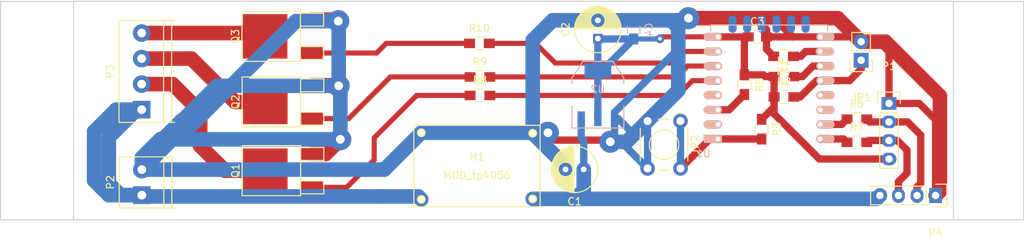
<source format=kicad_pcb>
(kicad_pcb (version 4) (host pcbnew 4.0.6)

  (general
    (links 55)
    (no_connects 0)
    (area 20.549799 75.896399 160.653801 106.018401)
    (thickness 1.6)
    (drawings 14)
    (tracks 219)
    (zones 0)
    (modules 26)
    (nets 33)
  )

  (page A4 portrait)
  (layers
    (0 F.Cu signal)
    (31 B.Cu signal)
    (32 B.Adhes user)
    (33 F.Adhes user)
    (34 B.Paste user)
    (35 F.Paste user)
    (36 B.SilkS user)
    (37 F.SilkS user)
    (38 B.Mask user)
    (39 F.Mask user)
    (40 Dwgs.User user)
    (41 Cmts.User user)
    (42 Eco1.User user)
    (43 Eco2.User user)
    (44 Edge.Cuts user)
    (45 Margin user)
    (46 B.CrtYd user)
    (47 F.CrtYd user)
    (48 B.Fab user)
    (49 F.Fab user)
  )

  (setup
    (last_trace_width 0.7)
    (user_trace_width 0.5)
    (user_trace_width 0.7)
    (user_trace_width 1)
    (user_trace_width 2)
    (user_trace_width 5)
    (trace_clearance 0.2)
    (zone_clearance 0.508)
    (zone_45_only no)
    (trace_min 0.2)
    (segment_width 0.2)
    (edge_width 0.15)
    (via_size 0.6)
    (via_drill 0.4)
    (via_min_size 0.4)
    (via_min_drill 0.3)
    (user_via 1.2 0.5)
    (user_via 3 1.2)
    (uvia_size 0.3)
    (uvia_drill 0.1)
    (uvias_allowed no)
    (uvia_min_size 0.2)
    (uvia_min_drill 0.1)
    (pcb_text_width 0.3)
    (pcb_text_size 1.5 1.5)
    (mod_edge_width 0.15)
    (mod_text_size 1 1)
    (mod_text_width 0.15)
    (pad_size 1.524 1.524)
    (pad_drill 0.762)
    (pad_to_mask_clearance 0.2)
    (aux_axis_origin 0 0)
    (visible_elements FFFFFF7F)
    (pcbplotparams
      (layerselection 0x00000_80000000)
      (usegerberextensions false)
      (excludeedgelayer false)
      (linewidth 0.100000)
      (plotframeref false)
      (viasonmask false)
      (mode 1)
      (useauxorigin false)
      (hpglpennumber 1)
      (hpglpenspeed 20)
      (hpglpendiameter 15)
      (hpglpenoverlay 2)
      (psnegative true)
      (psa4output false)
      (plotreference false)
      (plotvalue false)
      (plotinvisibletext false)
      (padsonsilk false)
      (subtractmaskfromsilk false)
      (outputformat 4)
      (mirror false)
      (drillshape 1)
      (scaleselection 1)
      (outputdirectory out/))
  )

  (net 0 "")
  (net 1 GND)
  (net 2 +5V)
  (net 3 +3V3)
  (net 4 "Net-(JP1-Pad1)")
  (net 5 "Net-(JP2-Pad1)")
  (net 6 +12V)
  (net 7 "Net-(P1-Pad2)")
  (net 8 "Net-(P1-Pad3)")
  (net 9 "Net-(P3-Pad3)")
  (net 10 "Net-(P3-Pad4)")
  (net 11 "Net-(P3-Pad2)")
  (net 12 "Net-(Q1-Pad1)")
  (net 13 "Net-(Q2-Pad1)")
  (net 14 "Net-(Q3-Pad1)")
  (net 15 "Net-(R4-Pad1)")
  (net 16 "Net-(R5-Pad2)")
  (net 17 "Net-(R6-Pad1)")
  (net 18 "Net-(R7-Pad1)")
  (net 19 "Net-(R8-Pad2)")
  (net 20 "Net-(R9-Pad2)")
  (net 21 "Net-(R10-Pad2)")
  (net 22 "Net-(U1-Pad2)")
  (net 23 "Net-(U1-Pad9)")
  (net 24 "Net-(U1-Pad10)")
  (net 25 "Net-(U1-Pad11)")
  (net 26 "Net-(U1-Pad12)")
  (net 27 "Net-(U1-Pad13)")
  (net 28 "Net-(U1-Pad14)")
  (net 29 "Net-(U1-Pad19)")
  (net 30 "Net-(U1-Pad20)")
  (net 31 "Net-(R1-Pad2)")
  (net 32 "Net-(U1-Pad4)")

  (net_class Default "Это класс цепей по умолчанию."
    (clearance 0.2)
    (trace_width 0.25)
    (via_dia 0.6)
    (via_drill 0.4)
    (uvia_dia 0.3)
    (uvia_drill 0.1)
    (add_net +12V)
    (add_net +3V3)
    (add_net +5V)
    (add_net GND)
    (add_net "Net-(JP1-Pad1)")
    (add_net "Net-(JP2-Pad1)")
    (add_net "Net-(P1-Pad2)")
    (add_net "Net-(P1-Pad3)")
    (add_net "Net-(P3-Pad2)")
    (add_net "Net-(P3-Pad3)")
    (add_net "Net-(P3-Pad4)")
    (add_net "Net-(Q1-Pad1)")
    (add_net "Net-(Q2-Pad1)")
    (add_net "Net-(Q3-Pad1)")
    (add_net "Net-(R1-Pad2)")
    (add_net "Net-(R10-Pad2)")
    (add_net "Net-(R4-Pad1)")
    (add_net "Net-(R5-Pad2)")
    (add_net "Net-(R6-Pad1)")
    (add_net "Net-(R7-Pad1)")
    (add_net "Net-(R8-Pad2)")
    (add_net "Net-(R9-Pad2)")
    (add_net "Net-(U1-Pad10)")
    (add_net "Net-(U1-Pad11)")
    (add_net "Net-(U1-Pad12)")
    (add_net "Net-(U1-Pad13)")
    (add_net "Net-(U1-Pad14)")
    (add_net "Net-(U1-Pad19)")
    (add_net "Net-(U1-Pad2)")
    (add_net "Net-(U1-Pad20)")
    (add_net "Net-(U1-Pad4)")
    (add_net "Net-(U1-Pad9)")
  )

  (module myLib:DC-DC-mini (layer F.Cu) (tedit 5830D5D7) (tstamp 5830D6E1)
    (at 85.8012 98.552)
    (path /57FB1373)
    (fp_text reference M1 (at 0 -1.27) (layer F.SilkS)
      (effects (font (size 1 1) (thickness 0.15)))
    )
    (fp_text value MOD_tp4056 (at 0 1.27) (layer F.SilkS)
      (effects (font (size 1 1) (thickness 0.15)))
    )
    (fp_line (start -8.636 5.588) (end -8.636 -5.588) (layer F.SilkS) (width 0.15))
    (fp_line (start 8.636 5.588) (end -8.636 5.588) (layer F.SilkS) (width 0.15))
    (fp_line (start 8.636 -5.588) (end 8.636 5.588) (layer F.SilkS) (width 0.15))
    (fp_line (start -8.636 -5.588) (end 8.636 -5.588) (layer F.SilkS) (width 0.15))
    (pad 1 thru_hole circle (at -7.62 4.572) (size 1.2 1.2) (drill 0.8) (layers *.Cu *.Mask F.SilkS)
      (net 6 +12V))
    (pad 2 thru_hole circle (at -7.62 -4.572) (size 1.2 1.2) (drill 0.8) (layers *.Cu *.Mask F.SilkS)
      (net 1 GND))
    (pad 3 thru_hole circle (at 7.62 -4.5) (size 1.2 1.2) (drill 0.8) (layers *.Cu *.Mask F.SilkS)
      (net 1 GND))
    (pad 4 thru_hole circle (at 7.62 4.5) (size 1.2 1.2) (drill 0.8) (layers *.Cu *.Mask F.SilkS)
      (net 2 +5V))
  )

  (module Capacitors_ThroughHole:C_Radial_D6.3_L11.2_P2.5 (layer F.Cu) (tedit 0) (tstamp 5830D6B5)
    (at 100.4062 99.0092 180)
    (descr "Radial Electrolytic Capacitor, Diameter 6.3mm x Length 11.2mm, Pitch 2.5mm")
    (tags "Electrolytic Capacitor")
    (path /57FAEDB1)
    (fp_text reference C1 (at 1.25 -4.4 180) (layer F.SilkS)
      (effects (font (size 1 1) (thickness 0.15)))
    )
    (fp_text value 220 (at 1.25 4.4 180) (layer F.Fab)
      (effects (font (size 1 1) (thickness 0.15)))
    )
    (fp_line (start 1.325 -3.149) (end 1.325 3.149) (layer F.SilkS) (width 0.15))
    (fp_line (start 1.465 -3.143) (end 1.465 3.143) (layer F.SilkS) (width 0.15))
    (fp_line (start 1.605 -3.13) (end 1.605 -0.446) (layer F.SilkS) (width 0.15))
    (fp_line (start 1.605 0.446) (end 1.605 3.13) (layer F.SilkS) (width 0.15))
    (fp_line (start 1.745 -3.111) (end 1.745 -0.656) (layer F.SilkS) (width 0.15))
    (fp_line (start 1.745 0.656) (end 1.745 3.111) (layer F.SilkS) (width 0.15))
    (fp_line (start 1.885 -3.085) (end 1.885 -0.789) (layer F.SilkS) (width 0.15))
    (fp_line (start 1.885 0.789) (end 1.885 3.085) (layer F.SilkS) (width 0.15))
    (fp_line (start 2.025 -3.053) (end 2.025 -0.88) (layer F.SilkS) (width 0.15))
    (fp_line (start 2.025 0.88) (end 2.025 3.053) (layer F.SilkS) (width 0.15))
    (fp_line (start 2.165 -3.014) (end 2.165 -0.942) (layer F.SilkS) (width 0.15))
    (fp_line (start 2.165 0.942) (end 2.165 3.014) (layer F.SilkS) (width 0.15))
    (fp_line (start 2.305 -2.968) (end 2.305 -0.981) (layer F.SilkS) (width 0.15))
    (fp_line (start 2.305 0.981) (end 2.305 2.968) (layer F.SilkS) (width 0.15))
    (fp_line (start 2.445 -2.915) (end 2.445 -0.998) (layer F.SilkS) (width 0.15))
    (fp_line (start 2.445 0.998) (end 2.445 2.915) (layer F.SilkS) (width 0.15))
    (fp_line (start 2.585 -2.853) (end 2.585 -0.996) (layer F.SilkS) (width 0.15))
    (fp_line (start 2.585 0.996) (end 2.585 2.853) (layer F.SilkS) (width 0.15))
    (fp_line (start 2.725 -2.783) (end 2.725 -0.974) (layer F.SilkS) (width 0.15))
    (fp_line (start 2.725 0.974) (end 2.725 2.783) (layer F.SilkS) (width 0.15))
    (fp_line (start 2.865 -2.704) (end 2.865 -0.931) (layer F.SilkS) (width 0.15))
    (fp_line (start 2.865 0.931) (end 2.865 2.704) (layer F.SilkS) (width 0.15))
    (fp_line (start 3.005 -2.616) (end 3.005 -0.863) (layer F.SilkS) (width 0.15))
    (fp_line (start 3.005 0.863) (end 3.005 2.616) (layer F.SilkS) (width 0.15))
    (fp_line (start 3.145 -2.516) (end 3.145 -0.764) (layer F.SilkS) (width 0.15))
    (fp_line (start 3.145 0.764) (end 3.145 2.516) (layer F.SilkS) (width 0.15))
    (fp_line (start 3.285 -2.404) (end 3.285 -0.619) (layer F.SilkS) (width 0.15))
    (fp_line (start 3.285 0.619) (end 3.285 2.404) (layer F.SilkS) (width 0.15))
    (fp_line (start 3.425 -2.279) (end 3.425 -0.38) (layer F.SilkS) (width 0.15))
    (fp_line (start 3.425 0.38) (end 3.425 2.279) (layer F.SilkS) (width 0.15))
    (fp_line (start 3.565 -2.136) (end 3.565 2.136) (layer F.SilkS) (width 0.15))
    (fp_line (start 3.705 -1.974) (end 3.705 1.974) (layer F.SilkS) (width 0.15))
    (fp_line (start 3.845 -1.786) (end 3.845 1.786) (layer F.SilkS) (width 0.15))
    (fp_line (start 3.985 -1.563) (end 3.985 1.563) (layer F.SilkS) (width 0.15))
    (fp_line (start 4.125 -1.287) (end 4.125 1.287) (layer F.SilkS) (width 0.15))
    (fp_line (start 4.265 -0.912) (end 4.265 0.912) (layer F.SilkS) (width 0.15))
    (fp_circle (center 2.5 0) (end 2.5 -1) (layer F.SilkS) (width 0.15))
    (fp_circle (center 1.25 0) (end 1.25 -3.1875) (layer F.SilkS) (width 0.15))
    (fp_circle (center 1.25 0) (end 1.25 -3.4) (layer F.CrtYd) (width 0.05))
    (pad 2 thru_hole circle (at 2.5 0 180) (size 1.3 1.3) (drill 0.8) (layers *.Cu *.Mask)
      (net 1 GND))
    (pad 1 thru_hole rect (at 0 0 180) (size 1.3 1.3) (drill 0.8) (layers *.Cu *.Mask)
      (net 2 +5V))
    (model Capacitors_ThroughHole.3dshapes/C_Radial_D6.3_L11.2_P2.5.wrl
      (at (xyz 0 0 0))
      (scale (xyz 1 1 1))
      (rotate (xyz 0 0 0))
    )
  )

  (module Capacitors_ThroughHole:C_Radial_D6.3_L11.2_P2.5 (layer F.Cu) (tedit 0) (tstamp 5830D6BB)
    (at 102.3366 81.0768 90)
    (descr "Radial Electrolytic Capacitor, Diameter 6.3mm x Length 11.2mm, Pitch 2.5mm")
    (tags "Electrolytic Capacitor")
    (path /57FAED88)
    (fp_text reference C2 (at 1.25 -4.4 90) (layer F.SilkS)
      (effects (font (size 1 1) (thickness 0.15)))
    )
    (fp_text value 220 (at 1.25 4.4 90) (layer F.Fab)
      (effects (font (size 1 1) (thickness 0.15)))
    )
    (fp_line (start 1.325 -3.149) (end 1.325 3.149) (layer F.SilkS) (width 0.15))
    (fp_line (start 1.465 -3.143) (end 1.465 3.143) (layer F.SilkS) (width 0.15))
    (fp_line (start 1.605 -3.13) (end 1.605 -0.446) (layer F.SilkS) (width 0.15))
    (fp_line (start 1.605 0.446) (end 1.605 3.13) (layer F.SilkS) (width 0.15))
    (fp_line (start 1.745 -3.111) (end 1.745 -0.656) (layer F.SilkS) (width 0.15))
    (fp_line (start 1.745 0.656) (end 1.745 3.111) (layer F.SilkS) (width 0.15))
    (fp_line (start 1.885 -3.085) (end 1.885 -0.789) (layer F.SilkS) (width 0.15))
    (fp_line (start 1.885 0.789) (end 1.885 3.085) (layer F.SilkS) (width 0.15))
    (fp_line (start 2.025 -3.053) (end 2.025 -0.88) (layer F.SilkS) (width 0.15))
    (fp_line (start 2.025 0.88) (end 2.025 3.053) (layer F.SilkS) (width 0.15))
    (fp_line (start 2.165 -3.014) (end 2.165 -0.942) (layer F.SilkS) (width 0.15))
    (fp_line (start 2.165 0.942) (end 2.165 3.014) (layer F.SilkS) (width 0.15))
    (fp_line (start 2.305 -2.968) (end 2.305 -0.981) (layer F.SilkS) (width 0.15))
    (fp_line (start 2.305 0.981) (end 2.305 2.968) (layer F.SilkS) (width 0.15))
    (fp_line (start 2.445 -2.915) (end 2.445 -0.998) (layer F.SilkS) (width 0.15))
    (fp_line (start 2.445 0.998) (end 2.445 2.915) (layer F.SilkS) (width 0.15))
    (fp_line (start 2.585 -2.853) (end 2.585 -0.996) (layer F.SilkS) (width 0.15))
    (fp_line (start 2.585 0.996) (end 2.585 2.853) (layer F.SilkS) (width 0.15))
    (fp_line (start 2.725 -2.783) (end 2.725 -0.974) (layer F.SilkS) (width 0.15))
    (fp_line (start 2.725 0.974) (end 2.725 2.783) (layer F.SilkS) (width 0.15))
    (fp_line (start 2.865 -2.704) (end 2.865 -0.931) (layer F.SilkS) (width 0.15))
    (fp_line (start 2.865 0.931) (end 2.865 2.704) (layer F.SilkS) (width 0.15))
    (fp_line (start 3.005 -2.616) (end 3.005 -0.863) (layer F.SilkS) (width 0.15))
    (fp_line (start 3.005 0.863) (end 3.005 2.616) (layer F.SilkS) (width 0.15))
    (fp_line (start 3.145 -2.516) (end 3.145 -0.764) (layer F.SilkS) (width 0.15))
    (fp_line (start 3.145 0.764) (end 3.145 2.516) (layer F.SilkS) (width 0.15))
    (fp_line (start 3.285 -2.404) (end 3.285 -0.619) (layer F.SilkS) (width 0.15))
    (fp_line (start 3.285 0.619) (end 3.285 2.404) (layer F.SilkS) (width 0.15))
    (fp_line (start 3.425 -2.279) (end 3.425 -0.38) (layer F.SilkS) (width 0.15))
    (fp_line (start 3.425 0.38) (end 3.425 2.279) (layer F.SilkS) (width 0.15))
    (fp_line (start 3.565 -2.136) (end 3.565 2.136) (layer F.SilkS) (width 0.15))
    (fp_line (start 3.705 -1.974) (end 3.705 1.974) (layer F.SilkS) (width 0.15))
    (fp_line (start 3.845 -1.786) (end 3.845 1.786) (layer F.SilkS) (width 0.15))
    (fp_line (start 3.985 -1.563) (end 3.985 1.563) (layer F.SilkS) (width 0.15))
    (fp_line (start 4.125 -1.287) (end 4.125 1.287) (layer F.SilkS) (width 0.15))
    (fp_line (start 4.265 -0.912) (end 4.265 0.912) (layer F.SilkS) (width 0.15))
    (fp_circle (center 2.5 0) (end 2.5 -1) (layer F.SilkS) (width 0.15))
    (fp_circle (center 1.25 0) (end 1.25 -3.1875) (layer F.SilkS) (width 0.15))
    (fp_circle (center 1.25 0) (end 1.25 -3.4) (layer F.CrtYd) (width 0.05))
    (pad 2 thru_hole circle (at 2.5 0 90) (size 1.3 1.3) (drill 0.8) (layers *.Cu *.Mask)
      (net 1 GND))
    (pad 1 thru_hole rect (at 0 0 90) (size 1.3 1.3) (drill 0.8) (layers *.Cu *.Mask)
      (net 3 +3V3))
    (model Capacitors_ThroughHole.3dshapes/C_Radial_D6.3_L11.2_P2.5.wrl
      (at (xyz 0 0 0))
      (scale (xyz 1 1 1))
      (rotate (xyz 0 0 0))
    )
  )

  (module Capacitors_SMD:C_0805_HandSoldering (layer F.Cu) (tedit 541A9B8D) (tstamp 5830D6C1)
    (at 124.1552 80.8482)
    (descr "Capacitor SMD 0805, hand soldering")
    (tags "capacitor 0805")
    (path /57FB19F0)
    (attr smd)
    (fp_text reference C3 (at 0 -2.1) (layer F.SilkS)
      (effects (font (size 1 1) (thickness 0.15)))
    )
    (fp_text value 0.1 (at 0 2.1) (layer F.Fab)
      (effects (font (size 1 1) (thickness 0.15)))
    )
    (fp_line (start -1 0.625) (end -1 -0.625) (layer F.Fab) (width 0.15))
    (fp_line (start 1 0.625) (end -1 0.625) (layer F.Fab) (width 0.15))
    (fp_line (start 1 -0.625) (end 1 0.625) (layer F.Fab) (width 0.15))
    (fp_line (start -1 -0.625) (end 1 -0.625) (layer F.Fab) (width 0.15))
    (fp_line (start -2.3 -1) (end 2.3 -1) (layer F.CrtYd) (width 0.05))
    (fp_line (start -2.3 1) (end 2.3 1) (layer F.CrtYd) (width 0.05))
    (fp_line (start -2.3 -1) (end -2.3 1) (layer F.CrtYd) (width 0.05))
    (fp_line (start 2.3 -1) (end 2.3 1) (layer F.CrtYd) (width 0.05))
    (fp_line (start 0.5 -0.85) (end -0.5 -0.85) (layer F.SilkS) (width 0.15))
    (fp_line (start -0.5 0.85) (end 0.5 0.85) (layer F.SilkS) (width 0.15))
    (pad 1 smd rect (at -1.25 0) (size 1.5 1.25) (layers F.Cu F.Paste F.Mask)
      (net 3 +3V3))
    (pad 2 smd rect (at 1.25 0) (size 1.5 1.25) (layers F.Cu F.Paste F.Mask)
      (net 1 GND))
    (model Capacitors_SMD.3dshapes/C_0805_HandSoldering.wrl
      (at (xyz 0 0 0))
      (scale (xyz 1 1 1))
      (rotate (xyz 0 0 0))
    )
  )

  (module Capacitors_SMD:C_0805_HandSoldering (layer B.Cu) (tedit 541A9B8D) (tstamp 5830D6C7)
    (at 107.2388 79.883 90)
    (descr "Capacitor SMD 0805, hand soldering")
    (tags "capacitor 0805")
    (path /5830EEF5)
    (attr smd)
    (fp_text reference C4 (at 0 2.1 90) (layer B.SilkS)
      (effects (font (size 1 1) (thickness 0.15)) (justify mirror))
    )
    (fp_text value 0.1 (at 0 -2.1 90) (layer B.Fab)
      (effects (font (size 1 1) (thickness 0.15)) (justify mirror))
    )
    (fp_line (start -1 -0.625) (end -1 0.625) (layer B.Fab) (width 0.15))
    (fp_line (start 1 -0.625) (end -1 -0.625) (layer B.Fab) (width 0.15))
    (fp_line (start 1 0.625) (end 1 -0.625) (layer B.Fab) (width 0.15))
    (fp_line (start -1 0.625) (end 1 0.625) (layer B.Fab) (width 0.15))
    (fp_line (start -2.3 1) (end 2.3 1) (layer B.CrtYd) (width 0.05))
    (fp_line (start -2.3 -1) (end 2.3 -1) (layer B.CrtYd) (width 0.05))
    (fp_line (start -2.3 1) (end -2.3 -1) (layer B.CrtYd) (width 0.05))
    (fp_line (start 2.3 1) (end 2.3 -1) (layer B.CrtYd) (width 0.05))
    (fp_line (start 0.5 0.85) (end -0.5 0.85) (layer B.SilkS) (width 0.15))
    (fp_line (start -0.5 -0.85) (end 0.5 -0.85) (layer B.SilkS) (width 0.15))
    (pad 1 smd rect (at -1.25 0 90) (size 1.5 1.25) (layers B.Cu B.Paste B.Mask)
      (net 3 +3V3))
    (pad 2 smd rect (at 1.25 0 90) (size 1.5 1.25) (layers B.Cu B.Paste B.Mask)
      (net 1 GND))
    (model Capacitors_SMD.3dshapes/C_0805_HandSoldering.wrl
      (at (xyz 0 0 0))
      (scale (xyz 1 1 1))
      (rotate (xyz 0 0 0))
    )
  )

  (module Pin_Headers:Pin_Header_Straight_1x02 (layer F.Cu) (tedit 54EA090C) (tstamp 5830D6CD)
    (at 138.3538 84.0486 180)
    (descr "Through hole pin header")
    (tags "pin header")
    (path /57FAF730)
    (fp_text reference JP1 (at 0 -5.1 180) (layer F.SilkS)
      (effects (font (size 1 1) (thickness 0.15)))
    )
    (fp_text value Prog (at 0 -3.1 180) (layer F.Fab)
      (effects (font (size 1 1) (thickness 0.15)))
    )
    (fp_line (start 1.27 1.27) (end 1.27 3.81) (layer F.SilkS) (width 0.15))
    (fp_line (start 1.55 -1.55) (end 1.55 0) (layer F.SilkS) (width 0.15))
    (fp_line (start -1.75 -1.75) (end -1.75 4.3) (layer F.CrtYd) (width 0.05))
    (fp_line (start 1.75 -1.75) (end 1.75 4.3) (layer F.CrtYd) (width 0.05))
    (fp_line (start -1.75 -1.75) (end 1.75 -1.75) (layer F.CrtYd) (width 0.05))
    (fp_line (start -1.75 4.3) (end 1.75 4.3) (layer F.CrtYd) (width 0.05))
    (fp_line (start 1.27 1.27) (end -1.27 1.27) (layer F.SilkS) (width 0.15))
    (fp_line (start -1.55 0) (end -1.55 -1.55) (layer F.SilkS) (width 0.15))
    (fp_line (start -1.55 -1.55) (end 1.55 -1.55) (layer F.SilkS) (width 0.15))
    (fp_line (start -1.27 1.27) (end -1.27 3.81) (layer F.SilkS) (width 0.15))
    (fp_line (start -1.27 3.81) (end 1.27 3.81) (layer F.SilkS) (width 0.15))
    (pad 1 thru_hole rect (at 0 0 180) (size 2.032 2.032) (drill 1.016) (layers *.Cu *.Mask)
      (net 4 "Net-(JP1-Pad1)"))
    (pad 2 thru_hole oval (at 0 2.54 180) (size 2.032 2.032) (drill 1.016) (layers *.Cu *.Mask)
      (net 1 GND))
    (model Pin_Headers.3dshapes/Pin_Header_Straight_1x02.wrl
      (at (xyz 0 -0.05 0))
      (scale (xyz 1 1 1))
      (rotate (xyz 0 0 90))
    )
  )

  (module Buttons_Switches_ThroughHole:SW_PUSH_6mm (layer F.Cu) (tedit 57BABF74) (tstamp 5830D6D5)
    (at 113.6396 92.3798 270)
    (descr https://www.omron.com/ecb/products/pdf/en-b3f.pdf)
    (tags "tact sw push 6mm")
    (path /57FAF9B3)
    (fp_text reference JP2 (at 3.25 -2 270) (layer F.SilkS)
      (effects (font (size 1 1) (thickness 0.15)))
    )
    (fp_text value Reset (at 3.75 6.7 270) (layer F.Fab)
      (effects (font (size 1 1) (thickness 0.15)))
    )
    (fp_line (start 3.25 -0.75) (end 6.25 -0.75) (layer F.Fab) (width 0.15))
    (fp_line (start 6.25 -0.75) (end 6.25 5.25) (layer F.Fab) (width 0.15))
    (fp_line (start 6.25 5.25) (end 0.25 5.25) (layer F.Fab) (width 0.15))
    (fp_line (start 0.25 5.25) (end 0.25 -0.75) (layer F.Fab) (width 0.15))
    (fp_line (start 0.25 -0.75) (end 3.25 -0.75) (layer F.Fab) (width 0.15))
    (fp_line (start 7.75 6) (end 8 6) (layer F.CrtYd) (width 0.05))
    (fp_line (start 8 6) (end 8 5.75) (layer F.CrtYd) (width 0.05))
    (fp_line (start 7.75 -1.5) (end 8 -1.5) (layer F.CrtYd) (width 0.05))
    (fp_line (start 8 -1.5) (end 8 -1.25) (layer F.CrtYd) (width 0.05))
    (fp_line (start -1.5 -1.25) (end -1.5 -1.5) (layer F.CrtYd) (width 0.05))
    (fp_line (start -1.5 -1.5) (end -1.25 -1.5) (layer F.CrtYd) (width 0.05))
    (fp_line (start -1.5 5.75) (end -1.5 6) (layer F.CrtYd) (width 0.05))
    (fp_line (start -1.5 6) (end -1.25 6) (layer F.CrtYd) (width 0.05))
    (fp_circle (center 3.25 2.25) (end 1.25 2.5) (layer F.SilkS) (width 0.15))
    (fp_line (start -1.25 -1.5) (end 7.75 -1.5) (layer F.CrtYd) (width 0.05))
    (fp_line (start -1.5 5.75) (end -1.5 -1.25) (layer F.CrtYd) (width 0.05))
    (fp_line (start 7.75 6) (end -1.25 6) (layer F.CrtYd) (width 0.05))
    (fp_line (start 8 -1.25) (end 8 5.75) (layer F.CrtYd) (width 0.05))
    (fp_line (start 1 5.5) (end 5.5 5.5) (layer F.SilkS) (width 0.15))
    (fp_line (start -0.25 1.5) (end -0.25 3) (layer F.SilkS) (width 0.15))
    (fp_line (start 5.5 -1) (end 1 -1) (layer F.SilkS) (width 0.15))
    (fp_line (start 6.75 3) (end 6.75 1.5) (layer F.SilkS) (width 0.15))
    (pad 2 thru_hole circle (at 0 4.5) (size 2 2) (drill 1.1) (layers *.Cu *.Mask)
      (net 1 GND))
    (pad 1 thru_hole circle (at 0 0) (size 2 2) (drill 1.1) (layers *.Cu *.Mask)
      (net 5 "Net-(JP2-Pad1)"))
    (pad 2 thru_hole circle (at 6.5 4.5) (size 2 2) (drill 1.1) (layers *.Cu *.Mask)
      (net 1 GND))
    (pad 1 thru_hole circle (at 6.5 0) (size 2 2) (drill 1.1) (layers *.Cu *.Mask)
      (net 5 "Net-(JP2-Pad1)"))
  )

  (module Pin_Headers:Pin_Header_Straight_1x04 (layer F.Cu) (tedit 0) (tstamp 5830D6E9)
    (at 142.1638 89.9668)
    (descr "Through hole pin header")
    (tags "pin header")
    (path /57FAEEF7)
    (fp_text reference P1 (at 0 -5.1) (layer F.SilkS)
      (effects (font (size 1 1) (thickness 0.15)))
    )
    (fp_text value UART (at 0 -3.1) (layer F.Fab)
      (effects (font (size 1 1) (thickness 0.15)))
    )
    (fp_line (start -1.75 -1.75) (end -1.75 9.4) (layer F.CrtYd) (width 0.05))
    (fp_line (start 1.75 -1.75) (end 1.75 9.4) (layer F.CrtYd) (width 0.05))
    (fp_line (start -1.75 -1.75) (end 1.75 -1.75) (layer F.CrtYd) (width 0.05))
    (fp_line (start -1.75 9.4) (end 1.75 9.4) (layer F.CrtYd) (width 0.05))
    (fp_line (start -1.27 1.27) (end -1.27 8.89) (layer F.SilkS) (width 0.15))
    (fp_line (start 1.27 1.27) (end 1.27 8.89) (layer F.SilkS) (width 0.15))
    (fp_line (start 1.55 -1.55) (end 1.55 0) (layer F.SilkS) (width 0.15))
    (fp_line (start -1.27 8.89) (end 1.27 8.89) (layer F.SilkS) (width 0.15))
    (fp_line (start 1.27 1.27) (end -1.27 1.27) (layer F.SilkS) (width 0.15))
    (fp_line (start -1.55 0) (end -1.55 -1.55) (layer F.SilkS) (width 0.15))
    (fp_line (start -1.55 -1.55) (end 1.55 -1.55) (layer F.SilkS) (width 0.15))
    (pad 1 thru_hole rect (at 0 0) (size 2.032 1.7272) (drill 1.016) (layers *.Cu *.Mask)
      (net 1 GND))
    (pad 2 thru_hole oval (at 0 2.54) (size 2.032 1.7272) (drill 1.016) (layers *.Cu *.Mask)
      (net 7 "Net-(P1-Pad2)"))
    (pad 3 thru_hole oval (at 0 5.08) (size 2.032 1.7272) (drill 1.016) (layers *.Cu *.Mask)
      (net 8 "Net-(P1-Pad3)"))
    (pad 4 thru_hole oval (at 0 7.62) (size 2.032 1.7272) (drill 1.016) (layers *.Cu *.Mask)
      (net 3 +3V3))
    (model Pin_Headers.3dshapes/Pin_Header_Straight_1x04.wrl
      (at (xyz 0 -0.15 0))
      (scale (xyz 1 1 1))
      (rotate (xyz 0 0 90))
    )
  )

  (module Terminal_Blocks:TerminalBlock_Pheonix_PT-3.5mm_2pol (layer F.Cu) (tedit 0) (tstamp 5830D6EF)
    (at 39.9542 102.5398 90)
    (descr "2-way 3.5mm pitch terminal block, Phoenix PT series")
    (path /57FAEEB9)
    (fp_text reference P2 (at 1.75 -4.3 90) (layer F.SilkS)
      (effects (font (size 1 1) (thickness 0.15)))
    )
    (fp_text value POWER (at 1.75 6 90) (layer F.Fab)
      (effects (font (size 1 1) (thickness 0.15)))
    )
    (fp_line (start -1.9 -3.3) (end 5.4 -3.3) (layer F.CrtYd) (width 0.05))
    (fp_line (start -1.9 4.7) (end -1.9 -3.3) (layer F.CrtYd) (width 0.05))
    (fp_line (start 5.4 4.7) (end -1.9 4.7) (layer F.CrtYd) (width 0.05))
    (fp_line (start 5.4 -3.3) (end 5.4 4.7) (layer F.CrtYd) (width 0.05))
    (fp_line (start 1.75 4.1) (end 1.75 4.5) (layer F.SilkS) (width 0.15))
    (fp_line (start -1.75 3) (end 5.25 3) (layer F.SilkS) (width 0.15))
    (fp_line (start -1.75 4.1) (end 5.25 4.1) (layer F.SilkS) (width 0.15))
    (fp_line (start -1.75 -3.1) (end -1.75 4.5) (layer F.SilkS) (width 0.15))
    (fp_line (start 5.25 4.5) (end 5.25 -3.1) (layer F.SilkS) (width 0.15))
    (fp_line (start 5.25 -3.1) (end -1.75 -3.1) (layer F.SilkS) (width 0.15))
    (pad 2 thru_hole circle (at 3.5 0 90) (size 2.4 2.4) (drill 1.2) (layers *.Cu *.Mask)
      (net 1 GND))
    (pad 1 thru_hole rect (at 0 0 90) (size 2.4 2.4) (drill 1.2) (layers *.Cu *.Mask)
      (net 6 +12V))
    (model Terminal_Blocks.3dshapes/TerminalBlock_Pheonix_PT-3.5mm_2pol.wrl
      (at (xyz 0 0 0))
      (scale (xyz 1 1 1))
      (rotate (xyz 0 0 0))
    )
  )

  (module Terminal_Blocks:TerminalBlock_Pheonix_PT-3.5mm_4pol (layer F.Cu) (tedit 56301633) (tstamp 5830D6F7)
    (at 39.9288 90.82 90)
    (descr "4-way 3.5mm pitch terminal block, Phoenix PT series")
    (path /57FB0AAC)
    (fp_text reference P3 (at 5.25 -4.3 90) (layer F.SilkS)
      (effects (font (size 1 1) (thickness 0.15)))
    )
    (fp_text value CONN_01X04 (at 5.25 6 90) (layer F.Fab)
      (effects (font (size 1 1) (thickness 0.15)))
    )
    (fp_line (start -1.9 -3.3) (end 12.4 -3.3) (layer F.CrtYd) (width 0.05))
    (fp_line (start -1.9 4.7) (end -1.9 -3.3) (layer F.CrtYd) (width 0.05))
    (fp_line (start 12.4 4.7) (end -1.9 4.7) (layer F.CrtYd) (width 0.05))
    (fp_line (start 12.4 -3.3) (end 12.4 4.7) (layer F.CrtYd) (width 0.05))
    (fp_line (start 1.75 4.1) (end 1.75 4.5) (layer F.SilkS) (width 0.15))
    (fp_line (start 5.25 4.1) (end 5.25 4.5) (layer F.SilkS) (width 0.15))
    (fp_line (start 8.75 4.1) (end 8.75 4.5) (layer F.SilkS) (width 0.15))
    (fp_line (start -1.75 3) (end 12.25 3) (layer F.SilkS) (width 0.15))
    (fp_line (start -1.75 4.1) (end 12.25 4.1) (layer F.SilkS) (width 0.15))
    (fp_line (start -1.75 -3.1) (end -1.75 4.5) (layer F.SilkS) (width 0.15))
    (fp_line (start 12.25 4.5) (end 12.25 -3.1) (layer F.SilkS) (width 0.15))
    (fp_line (start 12.25 -3.1) (end -1.75 -3.1) (layer F.SilkS) (width 0.15))
    (pad 3 thru_hole circle (at 7 0 90) (size 2.4 2.4) (drill 1.2) (layers *.Cu *.Mask)
      (net 9 "Net-(P3-Pad3)"))
    (pad 4 thru_hole circle (at 10.5 0 90) (size 2.4 2.4) (drill 1.2) (layers *.Cu *.Mask)
      (net 10 "Net-(P3-Pad4)"))
    (pad 2 thru_hole circle (at 3.5 0 90) (size 2.4 2.4) (drill 1.2) (layers *.Cu *.Mask)
      (net 11 "Net-(P3-Pad2)"))
    (pad 1 thru_hole rect (at 0 0 90) (size 2.4 2.4) (drill 1.2) (layers *.Cu *.Mask)
      (net 6 +12V))
    (model Terminal_Blocks.3dshapes/TerminalBlock_Pheonix_PT-3.5mm_4pol.wrl
      (at (xyz 0 0 0))
      (scale (xyz 1 1 1))
      (rotate (xyz 0 0 0))
    )
  )

  (module Socket_Strips:Socket_Strip_Straight_1x04 (layer F.Cu) (tedit 0) (tstamp 5830D6FF)
    (at 148.5392 102.5906 180)
    (descr "Through hole socket strip")
    (tags "socket strip")
    (path /58311219)
    (fp_text reference P4 (at 0 -5.1 180) (layer F.SilkS)
      (effects (font (size 1 1) (thickness 0.15)))
    )
    (fp_text value CTL_PANEL (at 0 -3.1 180) (layer F.Fab)
      (effects (font (size 1 1) (thickness 0.15)))
    )
    (fp_line (start -1.75 -1.75) (end -1.75 1.75) (layer F.CrtYd) (width 0.05))
    (fp_line (start 9.4 -1.75) (end 9.4 1.75) (layer F.CrtYd) (width 0.05))
    (fp_line (start -1.75 -1.75) (end 9.4 -1.75) (layer F.CrtYd) (width 0.05))
    (fp_line (start -1.75 1.75) (end 9.4 1.75) (layer F.CrtYd) (width 0.05))
    (fp_line (start 1.27 -1.27) (end 8.89 -1.27) (layer F.SilkS) (width 0.15))
    (fp_line (start 1.27 1.27) (end 8.89 1.27) (layer F.SilkS) (width 0.15))
    (fp_line (start -1.55 1.55) (end 0 1.55) (layer F.SilkS) (width 0.15))
    (fp_line (start 8.89 -1.27) (end 8.89 1.27) (layer F.SilkS) (width 0.15))
    (fp_line (start 1.27 1.27) (end 1.27 -1.27) (layer F.SilkS) (width 0.15))
    (fp_line (start 0 -1.55) (end -1.55 -1.55) (layer F.SilkS) (width 0.15))
    (fp_line (start -1.55 -1.55) (end -1.55 1.55) (layer F.SilkS) (width 0.15))
    (pad 1 thru_hole rect (at 0 0 180) (size 1.7272 2.032) (drill 1.016) (layers *.Cu *.Mask)
      (net 1 GND))
    (pad 2 thru_hole oval (at 2.54 0 180) (size 1.7272 2.032) (drill 1.016) (layers *.Cu *.Mask)
      (net 7 "Net-(P1-Pad2)"))
    (pad 3 thru_hole oval (at 5.08 0 180) (size 1.7272 2.032) (drill 1.016) (layers *.Cu *.Mask)
      (net 8 "Net-(P1-Pad3)"))
    (pad 4 thru_hole oval (at 7.62 0 180) (size 1.7272 2.032) (drill 1.016) (layers *.Cu *.Mask)
      (net 2 +5V))
    (model Socket_Strips.3dshapes/Socket_Strip_Straight_1x04.wrl
      (at (xyz 0.15 0 0))
      (scale (xyz 1 1 1))
      (rotate (xyz 0 0 180))
    )
  )

  (module TO_SOT_Packages_SMD:TO-252-2Lead (layer F.Cu) (tedit 0) (tstamp 5830D706)
    (at 63.1952 99.187 90)
    (descr "DPAK / TO-252 2-lead smd package")
    (tags "dpak TO-252")
    (path /5830D6F4)
    (attr smd)
    (fp_text reference Q1 (at 0 -10.414 90) (layer F.SilkS)
      (effects (font (size 1 1) (thickness 0.15)))
    )
    (fp_text value Q_NMOS_GDS (at 0 -2.413 90) (layer F.Fab)
      (effects (font (size 1 1) (thickness 0.15)))
    )
    (fp_line (start 1.397 -1.524) (end 1.397 1.651) (layer F.SilkS) (width 0.15))
    (fp_line (start 1.397 1.651) (end 3.175 1.651) (layer F.SilkS) (width 0.15))
    (fp_line (start 3.175 1.651) (end 3.175 -1.524) (layer F.SilkS) (width 0.15))
    (fp_line (start -3.175 -1.524) (end -3.175 1.651) (layer F.SilkS) (width 0.15))
    (fp_line (start -3.175 1.651) (end -1.397 1.651) (layer F.SilkS) (width 0.15))
    (fp_line (start -1.397 1.651) (end -1.397 -1.524) (layer F.SilkS) (width 0.15))
    (fp_line (start 3.429 -7.62) (end 3.429 -1.524) (layer F.SilkS) (width 0.15))
    (fp_line (start 3.429 -1.524) (end -3.429 -1.524) (layer F.SilkS) (width 0.15))
    (fp_line (start -3.429 -1.524) (end -3.429 -9.398) (layer F.SilkS) (width 0.15))
    (fp_line (start -3.429 -9.525) (end 3.429 -9.525) (layer F.SilkS) (width 0.15))
    (fp_line (start 3.429 -9.398) (end 3.429 -7.62) (layer F.SilkS) (width 0.15))
    (pad 1 smd rect (at -2.286 0 90) (size 1.651 3.048) (layers F.Cu F.Paste F.Mask)
      (net 12 "Net-(Q1-Pad1)"))
    (pad 2 smd rect (at 0 -6.35 90) (size 6.096 6.096) (layers F.Cu F.Paste F.Mask)
      (net 11 "Net-(P3-Pad2)"))
    (pad 3 smd rect (at 2.286 0 90) (size 1.651 3.048) (layers F.Cu F.Paste F.Mask)
      (net 1 GND))
    (model TO_SOT_Packages_SMD.3dshapes/TO-252-2Lead.wrl
      (at (xyz 0 0 0))
      (scale (xyz 1 1 1))
      (rotate (xyz 0 0 0))
    )
  )

  (module TO_SOT_Packages_SMD:TO-252-2Lead (layer F.Cu) (tedit 0) (tstamp 5830D70D)
    (at 63.1952 89.7636 90)
    (descr "DPAK / TO-252 2-lead smd package")
    (tags "dpak TO-252")
    (path /5830D7A9)
    (attr smd)
    (fp_text reference Q2 (at 0 -10.414 90) (layer F.SilkS)
      (effects (font (size 1 1) (thickness 0.15)))
    )
    (fp_text value Q_NMOS_GDS (at 0 -2.413 90) (layer F.Fab)
      (effects (font (size 1 1) (thickness 0.15)))
    )
    (fp_line (start 1.397 -1.524) (end 1.397 1.651) (layer F.SilkS) (width 0.15))
    (fp_line (start 1.397 1.651) (end 3.175 1.651) (layer F.SilkS) (width 0.15))
    (fp_line (start 3.175 1.651) (end 3.175 -1.524) (layer F.SilkS) (width 0.15))
    (fp_line (start -3.175 -1.524) (end -3.175 1.651) (layer F.SilkS) (width 0.15))
    (fp_line (start -3.175 1.651) (end -1.397 1.651) (layer F.SilkS) (width 0.15))
    (fp_line (start -1.397 1.651) (end -1.397 -1.524) (layer F.SilkS) (width 0.15))
    (fp_line (start 3.429 -7.62) (end 3.429 -1.524) (layer F.SilkS) (width 0.15))
    (fp_line (start 3.429 -1.524) (end -3.429 -1.524) (layer F.SilkS) (width 0.15))
    (fp_line (start -3.429 -1.524) (end -3.429 -9.398) (layer F.SilkS) (width 0.15))
    (fp_line (start -3.429 -9.525) (end 3.429 -9.525) (layer F.SilkS) (width 0.15))
    (fp_line (start 3.429 -9.398) (end 3.429 -7.62) (layer F.SilkS) (width 0.15))
    (pad 1 smd rect (at -2.286 0 90) (size 1.651 3.048) (layers F.Cu F.Paste F.Mask)
      (net 13 "Net-(Q2-Pad1)"))
    (pad 2 smd rect (at 0 -6.35 90) (size 6.096 6.096) (layers F.Cu F.Paste F.Mask)
      (net 9 "Net-(P3-Pad3)"))
    (pad 3 smd rect (at 2.286 0 90) (size 1.651 3.048) (layers F.Cu F.Paste F.Mask)
      (net 1 GND))
    (model TO_SOT_Packages_SMD.3dshapes/TO-252-2Lead.wrl
      (at (xyz 0 0 0))
      (scale (xyz 1 1 1))
      (rotate (xyz 0 0 0))
    )
  )

  (module TO_SOT_Packages_SMD:TO-252-2Lead (layer F.Cu) (tedit 0) (tstamp 5830D714)
    (at 63.1698 80.772 90)
    (descr "DPAK / TO-252 2-lead smd package")
    (tags "dpak TO-252")
    (path /5830D8FE)
    (attr smd)
    (fp_text reference Q3 (at 0 -10.414 90) (layer F.SilkS)
      (effects (font (size 1 1) (thickness 0.15)))
    )
    (fp_text value Q_NMOS_GDS (at 0 -2.413 90) (layer F.Fab)
      (effects (font (size 1 1) (thickness 0.15)))
    )
    (fp_line (start 1.397 -1.524) (end 1.397 1.651) (layer F.SilkS) (width 0.15))
    (fp_line (start 1.397 1.651) (end 3.175 1.651) (layer F.SilkS) (width 0.15))
    (fp_line (start 3.175 1.651) (end 3.175 -1.524) (layer F.SilkS) (width 0.15))
    (fp_line (start -3.175 -1.524) (end -3.175 1.651) (layer F.SilkS) (width 0.15))
    (fp_line (start -3.175 1.651) (end -1.397 1.651) (layer F.SilkS) (width 0.15))
    (fp_line (start -1.397 1.651) (end -1.397 -1.524) (layer F.SilkS) (width 0.15))
    (fp_line (start 3.429 -7.62) (end 3.429 -1.524) (layer F.SilkS) (width 0.15))
    (fp_line (start 3.429 -1.524) (end -3.429 -1.524) (layer F.SilkS) (width 0.15))
    (fp_line (start -3.429 -1.524) (end -3.429 -9.398) (layer F.SilkS) (width 0.15))
    (fp_line (start -3.429 -9.525) (end 3.429 -9.525) (layer F.SilkS) (width 0.15))
    (fp_line (start 3.429 -9.398) (end 3.429 -7.62) (layer F.SilkS) (width 0.15))
    (pad 1 smd rect (at -2.286 0 90) (size 1.651 3.048) (layers F.Cu F.Paste F.Mask)
      (net 14 "Net-(Q3-Pad1)"))
    (pad 2 smd rect (at 0 -6.35 90) (size 6.096 6.096) (layers F.Cu F.Paste F.Mask)
      (net 10 "Net-(P3-Pad4)"))
    (pad 3 smd rect (at 2.286 0 90) (size 1.651 3.048) (layers F.Cu F.Paste F.Mask)
      (net 1 GND))
    (model TO_SOT_Packages_SMD.3dshapes/TO-252-2Lead.wrl
      (at (xyz 0 0 0))
      (scale (xyz 1 1 1))
      (rotate (xyz 0 0 0))
    )
  )

  (module Resistors_SMD:R_0805_HandSoldering (layer F.Cu) (tedit 54189DEE) (tstamp 5830D71A)
    (at 127.7874 86.2838)
    (descr "Resistor SMD 0805, hand soldering")
    (tags "resistor 0805")
    (path /57FAF11A)
    (attr smd)
    (fp_text reference R1 (at 0 -2.1) (layer F.SilkS)
      (effects (font (size 1 1) (thickness 0.15)))
    )
    (fp_text value 10K (at 0 2.1) (layer F.Fab)
      (effects (font (size 1 1) (thickness 0.15)))
    )
    (fp_line (start -2.4 -1) (end 2.4 -1) (layer F.CrtYd) (width 0.05))
    (fp_line (start -2.4 1) (end 2.4 1) (layer F.CrtYd) (width 0.05))
    (fp_line (start -2.4 -1) (end -2.4 1) (layer F.CrtYd) (width 0.05))
    (fp_line (start 2.4 -1) (end 2.4 1) (layer F.CrtYd) (width 0.05))
    (fp_line (start 0.6 0.875) (end -0.6 0.875) (layer F.SilkS) (width 0.15))
    (fp_line (start -0.6 -0.875) (end 0.6 -0.875) (layer F.SilkS) (width 0.15))
    (pad 1 smd rect (at -1.35 0) (size 1.5 1.3) (layers F.Cu F.Paste F.Mask)
      (net 3 +3V3))
    (pad 2 smd rect (at 1.35 0) (size 1.5 1.3) (layers F.Cu F.Paste F.Mask)
      (net 31 "Net-(R1-Pad2)"))
    (model Resistors_SMD.3dshapes/R_0805_HandSoldering.wrl
      (at (xyz 0 0 0))
      (scale (xyz 1 1 1))
      (rotate (xyz 0 0 0))
    )
  )

  (module Resistors_SMD:R_0805_HandSoldering (layer F.Cu) (tedit 54189DEE) (tstamp 5830D720)
    (at 127.7874 89.0778)
    (descr "Resistor SMD 0805, hand soldering")
    (tags "resistor 0805")
    (path /57FAF1A1)
    (attr smd)
    (fp_text reference R2 (at 0 -2.1) (layer F.SilkS)
      (effects (font (size 1 1) (thickness 0.15)))
    )
    (fp_text value 10K (at 0 2.1) (layer F.Fab)
      (effects (font (size 1 1) (thickness 0.15)))
    )
    (fp_line (start -2.4 -1) (end 2.4 -1) (layer F.CrtYd) (width 0.05))
    (fp_line (start -2.4 1) (end 2.4 1) (layer F.CrtYd) (width 0.05))
    (fp_line (start -2.4 -1) (end -2.4 1) (layer F.CrtYd) (width 0.05))
    (fp_line (start 2.4 -1) (end 2.4 1) (layer F.CrtYd) (width 0.05))
    (fp_line (start 0.6 0.875) (end -0.6 0.875) (layer F.SilkS) (width 0.15))
    (fp_line (start -0.6 -0.875) (end 0.6 -0.875) (layer F.SilkS) (width 0.15))
    (pad 1 smd rect (at -1.35 0) (size 1.5 1.3) (layers F.Cu F.Paste F.Mask)
      (net 3 +3V3))
    (pad 2 smd rect (at 1.35 0) (size 1.5 1.3) (layers F.Cu F.Paste F.Mask)
      (net 4 "Net-(JP1-Pad1)"))
    (model Resistors_SMD.3dshapes/R_0805_HandSoldering.wrl
      (at (xyz 0 0 0))
      (scale (xyz 1 1 1))
      (rotate (xyz 0 0 0))
    )
  )

  (module Resistors_SMD:R_0805_HandSoldering (layer F.Cu) (tedit 54189DEE) (tstamp 5830D726)
    (at 124.7394 93.4974 270)
    (descr "Resistor SMD 0805, hand soldering")
    (tags "resistor 0805")
    (path /57FAF172)
    (attr smd)
    (fp_text reference R3 (at 0 -2.1 270) (layer F.SilkS)
      (effects (font (size 1 1) (thickness 0.15)))
    )
    (fp_text value 10K (at 0 2.1 270) (layer F.Fab)
      (effects (font (size 1 1) (thickness 0.15)))
    )
    (fp_line (start -2.4 -1) (end 2.4 -1) (layer F.CrtYd) (width 0.05))
    (fp_line (start -2.4 1) (end 2.4 1) (layer F.CrtYd) (width 0.05))
    (fp_line (start -2.4 -1) (end -2.4 1) (layer F.CrtYd) (width 0.05))
    (fp_line (start 2.4 -1) (end 2.4 1) (layer F.CrtYd) (width 0.05))
    (fp_line (start 0.6 0.875) (end -0.6 0.875) (layer F.SilkS) (width 0.15))
    (fp_line (start -0.6 -0.875) (end 0.6 -0.875) (layer F.SilkS) (width 0.15))
    (pad 1 smd rect (at -1.35 0 270) (size 1.5 1.3) (layers F.Cu F.Paste F.Mask)
      (net 3 +3V3))
    (pad 2 smd rect (at 1.35 0 270) (size 1.5 1.3) (layers F.Cu F.Paste F.Mask)
      (net 5 "Net-(JP2-Pad1)"))
    (model Resistors_SMD.3dshapes/R_0805_HandSoldering.wrl
      (at (xyz 0 0 0))
      (scale (xyz 1 1 1))
      (rotate (xyz 0 0 0))
    )
  )

  (module Resistors_SMD:R_0805_HandSoldering (layer F.Cu) (tedit 54189DEE) (tstamp 5830D72C)
    (at 127.7366 83.5152 180)
    (descr "Resistor SMD 0805, hand soldering")
    (tags "resistor 0805")
    (path /57FAF077)
    (attr smd)
    (fp_text reference R4 (at 0 -2.1 180) (layer F.SilkS)
      (effects (font (size 1 1) (thickness 0.15)))
    )
    (fp_text value 10K (at 0 2.1 180) (layer F.Fab)
      (effects (font (size 1 1) (thickness 0.15)))
    )
    (fp_line (start -2.4 -1) (end 2.4 -1) (layer F.CrtYd) (width 0.05))
    (fp_line (start -2.4 1) (end 2.4 1) (layer F.CrtYd) (width 0.05))
    (fp_line (start -2.4 -1) (end -2.4 1) (layer F.CrtYd) (width 0.05))
    (fp_line (start 2.4 -1) (end 2.4 1) (layer F.CrtYd) (width 0.05))
    (fp_line (start 0.6 0.875) (end -0.6 0.875) (layer F.SilkS) (width 0.15))
    (fp_line (start -0.6 -0.875) (end 0.6 -0.875) (layer F.SilkS) (width 0.15))
    (pad 1 smd rect (at -1.35 0 180) (size 1.5 1.3) (layers F.Cu F.Paste F.Mask)
      (net 15 "Net-(R4-Pad1)"))
    (pad 2 smd rect (at 1.35 0 180) (size 1.5 1.3) (layers F.Cu F.Paste F.Mask)
      (net 1 GND))
    (model Resistors_SMD.3dshapes/R_0805_HandSoldering.wrl
      (at (xyz 0 0 0))
      (scale (xyz 1 1 1))
      (rotate (xyz 0 0 0))
    )
  )

  (module Resistors_SMD:R_0805_HandSoldering (layer F.Cu) (tedit 54189DEE) (tstamp 5830D732)
    (at 122.3772 87.4014 270)
    (descr "Resistor SMD 0805, hand soldering")
    (tags "resistor 0805")
    (path /57FAF145)
    (attr smd)
    (fp_text reference R5 (at 0 -2.1 270) (layer F.SilkS)
      (effects (font (size 1 1) (thickness 0.15)))
    )
    (fp_text value 10K (at 0 2.1 270) (layer F.Fab)
      (effects (font (size 1 1) (thickness 0.15)))
    )
    (fp_line (start -2.4 -1) (end 2.4 -1) (layer F.CrtYd) (width 0.05))
    (fp_line (start -2.4 1) (end 2.4 1) (layer F.CrtYd) (width 0.05))
    (fp_line (start -2.4 -1) (end -2.4 1) (layer F.CrtYd) (width 0.05))
    (fp_line (start 2.4 -1) (end 2.4 1) (layer F.CrtYd) (width 0.05))
    (fp_line (start 0.6 0.875) (end -0.6 0.875) (layer F.SilkS) (width 0.15))
    (fp_line (start -0.6 -0.875) (end 0.6 -0.875) (layer F.SilkS) (width 0.15))
    (pad 1 smd rect (at -1.35 0 270) (size 1.5 1.3) (layers F.Cu F.Paste F.Mask)
      (net 3 +3V3))
    (pad 2 smd rect (at 1.35 0 270) (size 1.5 1.3) (layers F.Cu F.Paste F.Mask)
      (net 16 "Net-(R5-Pad2)"))
    (model Resistors_SMD.3dshapes/R_0805_HandSoldering.wrl
      (at (xyz 0 0 0))
      (scale (xyz 1 1 1))
      (rotate (xyz 0 0 0))
    )
  )

  (module Resistors_SMD:R_0805_HandSoldering (layer F.Cu) (tedit 54189DEE) (tstamp 5830D738)
    (at 137.7696 92.1258)
    (descr "Resistor SMD 0805, hand soldering")
    (tags "resistor 0805")
    (path /57FAF09C)
    (attr smd)
    (fp_text reference R6 (at 0 -2.1) (layer F.SilkS)
      (effects (font (size 1 1) (thickness 0.15)))
    )
    (fp_text value 100 (at 0 2.1) (layer F.Fab)
      (effects (font (size 1 1) (thickness 0.15)))
    )
    (fp_line (start -2.4 -1) (end 2.4 -1) (layer F.CrtYd) (width 0.05))
    (fp_line (start -2.4 1) (end 2.4 1) (layer F.CrtYd) (width 0.05))
    (fp_line (start -2.4 -1) (end -2.4 1) (layer F.CrtYd) (width 0.05))
    (fp_line (start 2.4 -1) (end 2.4 1) (layer F.CrtYd) (width 0.05))
    (fp_line (start 0.6 0.875) (end -0.6 0.875) (layer F.SilkS) (width 0.15))
    (fp_line (start -0.6 -0.875) (end 0.6 -0.875) (layer F.SilkS) (width 0.15))
    (pad 1 smd rect (at -1.35 0) (size 1.5 1.3) (layers F.Cu F.Paste F.Mask)
      (net 17 "Net-(R6-Pad1)"))
    (pad 2 smd rect (at 1.35 0) (size 1.5 1.3) (layers F.Cu F.Paste F.Mask)
      (net 7 "Net-(P1-Pad2)"))
    (model Resistors_SMD.3dshapes/R_0805_HandSoldering.wrl
      (at (xyz 0 0 0))
      (scale (xyz 1 1 1))
      (rotate (xyz 0 0 0))
    )
  )

  (module Resistors_SMD:R_0805_HandSoldering (layer F.Cu) (tedit 54189DEE) (tstamp 5830D73E)
    (at 137.7696 95.3008)
    (descr "Resistor SMD 0805, hand soldering")
    (tags "resistor 0805")
    (path /57FAF0C3)
    (attr smd)
    (fp_text reference R7 (at 0 -2.1) (layer F.SilkS)
      (effects (font (size 1 1) (thickness 0.15)))
    )
    (fp_text value 100 (at 0 2.1) (layer F.Fab)
      (effects (font (size 1 1) (thickness 0.15)))
    )
    (fp_line (start -2.4 -1) (end 2.4 -1) (layer F.CrtYd) (width 0.05))
    (fp_line (start -2.4 1) (end 2.4 1) (layer F.CrtYd) (width 0.05))
    (fp_line (start -2.4 -1) (end -2.4 1) (layer F.CrtYd) (width 0.05))
    (fp_line (start 2.4 -1) (end 2.4 1) (layer F.CrtYd) (width 0.05))
    (fp_line (start 0.6 0.875) (end -0.6 0.875) (layer F.SilkS) (width 0.15))
    (fp_line (start -0.6 -0.875) (end 0.6 -0.875) (layer F.SilkS) (width 0.15))
    (pad 1 smd rect (at -1.35 0) (size 1.5 1.3) (layers F.Cu F.Paste F.Mask)
      (net 18 "Net-(R7-Pad1)"))
    (pad 2 smd rect (at 1.35 0) (size 1.5 1.3) (layers F.Cu F.Paste F.Mask)
      (net 8 "Net-(P1-Pad3)"))
    (model Resistors_SMD.3dshapes/R_0805_HandSoldering.wrl
      (at (xyz 0 0 0))
      (scale (xyz 1 1 1))
      (rotate (xyz 0 0 0))
    )
  )

  (module Resistors_SMD:R_0805_HandSoldering (layer F.Cu) (tedit 54189DEE) (tstamp 5830D744)
    (at 86.2076 88.8746)
    (descr "Resistor SMD 0805, hand soldering")
    (tags "resistor 0805")
    (path /57FB01CC)
    (attr smd)
    (fp_text reference R8 (at 0 -2.1) (layer F.SilkS)
      (effects (font (size 1 1) (thickness 0.15)))
    )
    (fp_text value 150 (at 0 2.1) (layer F.Fab)
      (effects (font (size 1 1) (thickness 0.15)))
    )
    (fp_line (start -2.4 -1) (end 2.4 -1) (layer F.CrtYd) (width 0.05))
    (fp_line (start -2.4 1) (end 2.4 1) (layer F.CrtYd) (width 0.05))
    (fp_line (start -2.4 -1) (end -2.4 1) (layer F.CrtYd) (width 0.05))
    (fp_line (start 2.4 -1) (end 2.4 1) (layer F.CrtYd) (width 0.05))
    (fp_line (start 0.6 0.875) (end -0.6 0.875) (layer F.SilkS) (width 0.15))
    (fp_line (start -0.6 -0.875) (end 0.6 -0.875) (layer F.SilkS) (width 0.15))
    (pad 1 smd rect (at -1.35 0) (size 1.5 1.3) (layers F.Cu F.Paste F.Mask)
      (net 12 "Net-(Q1-Pad1)"))
    (pad 2 smd rect (at 1.35 0) (size 1.5 1.3) (layers F.Cu F.Paste F.Mask)
      (net 19 "Net-(R8-Pad2)"))
    (model Resistors_SMD.3dshapes/R_0805_HandSoldering.wrl
      (at (xyz 0 0 0))
      (scale (xyz 1 1 1))
      (rotate (xyz 0 0 0))
    )
  )

  (module Resistors_SMD:R_0805_HandSoldering (layer F.Cu) (tedit 54189DEE) (tstamp 5830D74A)
    (at 86.2076 86.3346)
    (descr "Resistor SMD 0805, hand soldering")
    (tags "resistor 0805")
    (path /57FB0209)
    (attr smd)
    (fp_text reference R9 (at 0 -2.1) (layer F.SilkS)
      (effects (font (size 1 1) (thickness 0.15)))
    )
    (fp_text value 150 (at 0 2.1) (layer F.Fab)
      (effects (font (size 1 1) (thickness 0.15)))
    )
    (fp_line (start -2.4 -1) (end 2.4 -1) (layer F.CrtYd) (width 0.05))
    (fp_line (start -2.4 1) (end 2.4 1) (layer F.CrtYd) (width 0.05))
    (fp_line (start -2.4 -1) (end -2.4 1) (layer F.CrtYd) (width 0.05))
    (fp_line (start 2.4 -1) (end 2.4 1) (layer F.CrtYd) (width 0.05))
    (fp_line (start 0.6 0.875) (end -0.6 0.875) (layer F.SilkS) (width 0.15))
    (fp_line (start -0.6 -0.875) (end 0.6 -0.875) (layer F.SilkS) (width 0.15))
    (pad 1 smd rect (at -1.35 0) (size 1.5 1.3) (layers F.Cu F.Paste F.Mask)
      (net 13 "Net-(Q2-Pad1)"))
    (pad 2 smd rect (at 1.35 0) (size 1.5 1.3) (layers F.Cu F.Paste F.Mask)
      (net 20 "Net-(R9-Pad2)"))
    (model Resistors_SMD.3dshapes/R_0805_HandSoldering.wrl
      (at (xyz 0 0 0))
      (scale (xyz 1 1 1))
      (rotate (xyz 0 0 0))
    )
  )

  (module Resistors_SMD:R_0805_HandSoldering (layer F.Cu) (tedit 54189DEE) (tstamp 5830D750)
    (at 86.1314 81.7372)
    (descr "Resistor SMD 0805, hand soldering")
    (tags "resistor 0805")
    (path /57FB0244)
    (attr smd)
    (fp_text reference R10 (at 0 -2.1) (layer F.SilkS)
      (effects (font (size 1 1) (thickness 0.15)))
    )
    (fp_text value 150 (at 0 2.1) (layer F.Fab)
      (effects (font (size 1 1) (thickness 0.15)))
    )
    (fp_line (start -2.4 -1) (end 2.4 -1) (layer F.CrtYd) (width 0.05))
    (fp_line (start -2.4 1) (end 2.4 1) (layer F.CrtYd) (width 0.05))
    (fp_line (start -2.4 -1) (end -2.4 1) (layer F.CrtYd) (width 0.05))
    (fp_line (start 2.4 -1) (end 2.4 1) (layer F.CrtYd) (width 0.05))
    (fp_line (start 0.6 0.875) (end -0.6 0.875) (layer F.SilkS) (width 0.15))
    (fp_line (start -0.6 -0.875) (end 0.6 -0.875) (layer F.SilkS) (width 0.15))
    (pad 1 smd rect (at -1.35 0) (size 1.5 1.3) (layers F.Cu F.Paste F.Mask)
      (net 14 "Net-(Q3-Pad1)"))
    (pad 2 smd rect (at 1.35 0) (size 1.5 1.3) (layers F.Cu F.Paste F.Mask)
      (net 21 "Net-(R10-Pad2)"))
    (model Resistors_SMD.3dshapes/R_0805_HandSoldering.wrl
      (at (xyz 0 0 0))
      (scale (xyz 1 1 1))
      (rotate (xyz 0 0 0))
    )
  )

  (module ESP8266:ESP-12E (layer B.Cu) (tedit 559F8D21) (tstamp 5830D76A)
    (at 118.7704 94.8436)
    (descr "Module, ESP-8266, ESP-12, 16 pad, SMD")
    (tags "Module ESP-8266 ESP8266")
    (path /57FAEC94)
    (fp_text reference U1 (at -2 2) (layer B.SilkS)
      (effects (font (size 1 1) (thickness 0.15)) (justify mirror))
    )
    (fp_text value ESP8266-ESP-12E-scam (at 8 -1) (layer B.Fab)
      (effects (font (size 1 1) (thickness 0.15)) (justify mirror))
    )
    (fp_line (start -2.25 0.5) (end -2.25 8.75) (layer B.CrtYd) (width 0.05))
    (fp_line (start -2.25 8.75) (end 15.25 8.75) (layer B.CrtYd) (width 0.05))
    (fp_line (start 15.25 8.75) (end 16.25 8.75) (layer B.CrtYd) (width 0.05))
    (fp_line (start 16.25 8.75) (end 16.25 -16) (layer B.CrtYd) (width 0.05))
    (fp_line (start 16.25 -16) (end -2.25 -16) (layer B.CrtYd) (width 0.05))
    (fp_line (start -2.25 -16) (end -2.25 0.5) (layer B.CrtYd) (width 0.05))
    (fp_line (start -1.016 8.382) (end 14.986 8.382) (layer B.CrtYd) (width 0.1524))
    (fp_line (start 14.986 8.382) (end 14.986 0.889) (layer B.CrtYd) (width 0.1524))
    (fp_line (start -1.016 8.382) (end -1.016 1.016) (layer B.CrtYd) (width 0.1524))
    (fp_line (start -1.016 -14.859) (end -1.016 -15.621) (layer B.SilkS) (width 0.1524))
    (fp_line (start -1.016 -15.621) (end 14.986 -15.621) (layer B.SilkS) (width 0.1524))
    (fp_line (start 14.986 -15.621) (end 14.986 -14.859) (layer B.SilkS) (width 0.1524))
    (fp_line (start 14.992 8.4) (end -1.008 2.6) (layer B.CrtYd) (width 0.1524))
    (fp_line (start -1.008 8.4) (end 14.992 2.6) (layer B.CrtYd) (width 0.1524))
    (fp_text user "No Copper" (at 6.892 5.4) (layer B.CrtYd)
      (effects (font (size 1 1) (thickness 0.15)) (justify mirror))
    )
    (fp_line (start -1.008 2.6) (end 14.992 2.6) (layer B.CrtYd) (width 0.1524))
    (fp_line (start 15 8.4) (end 15 -15.6) (layer B.Fab) (width 0.05))
    (fp_line (start 14.992 -15.6) (end -1.008 -15.6) (layer B.Fab) (width 0.05))
    (fp_line (start -1.008 -15.6) (end -1.008 8.4) (layer B.Fab) (width 0.05))
    (fp_line (start -1.008 8.4) (end 14.992 8.4) (layer B.Fab) (width 0.05))
    (pad 1 thru_hole rect (at 0 0) (size 2.5 1.1) (drill 0.65 (offset -0.7 0)) (layers *.Cu *.Mask B.SilkS)
      (net 5 "Net-(JP2-Pad1)"))
    (pad 2 thru_hole oval (at 0 -2) (size 2.5 1.1) (drill 0.65 (offset -0.7 0)) (layers *.Cu *.Mask B.SilkS)
      (net 22 "Net-(U1-Pad2)"))
    (pad 3 thru_hole oval (at 0 -4) (size 2.5 1.1) (drill 0.65 (offset -0.7 0)) (layers *.Cu *.Mask B.SilkS)
      (net 16 "Net-(R5-Pad2)"))
    (pad 4 thru_hole oval (at 0 -6) (size 2.5 1.1) (drill 0.65 (offset -0.7 0)) (layers *.Cu *.Mask B.SilkS)
      (net 32 "Net-(U1-Pad4)"))
    (pad 5 thru_hole oval (at 0 -8) (size 2.5 1.1) (drill 0.65 (offset -0.7 0)) (layers *.Cu *.Mask B.SilkS)
      (net 19 "Net-(R8-Pad2)"))
    (pad 6 thru_hole oval (at 0 -10) (size 2.5 1.1) (drill 0.65 (offset -0.7 0)) (layers *.Cu *.Mask B.SilkS)
      (net 20 "Net-(R9-Pad2)"))
    (pad 7 thru_hole oval (at 0 -12) (size 2.5 1.1) (drill 0.65 (offset -0.7 0)) (layers *.Cu *.Mask B.SilkS)
      (net 21 "Net-(R10-Pad2)"))
    (pad 8 thru_hole oval (at 0 -14) (size 2.5 1.1) (drill 0.65 (offset -0.7 0)) (layers *.Cu *.Mask B.SilkS)
      (net 3 +3V3))
    (pad 9 smd oval (at 1.99 -15.75 270) (size 2.4 1.1) (layers B.Cu B.Paste B.Mask)
      (net 23 "Net-(U1-Pad9)"))
    (pad 10 smd oval (at 3.99 -15.75 270) (size 2.4 1.1) (layers B.Cu B.Paste B.Mask)
      (net 24 "Net-(U1-Pad10)"))
    (pad 11 smd oval (at 5.99 -15.75 270) (size 2.4 1.1) (layers B.Cu B.Paste B.Mask)
      (net 25 "Net-(U1-Pad11)"))
    (pad 12 smd oval (at 7.99 -15.75 270) (size 2.4 1.1) (layers B.Cu B.Paste B.Mask)
      (net 26 "Net-(U1-Pad12)"))
    (pad 13 smd oval (at 9.99 -15.75 270) (size 2.4 1.1) (layers B.Cu B.Paste B.Mask)
      (net 27 "Net-(U1-Pad13)"))
    (pad 14 smd oval (at 11.99 -15.75 270) (size 2.4 1.1) (layers B.Cu B.Paste B.Mask)
      (net 28 "Net-(U1-Pad14)"))
    (pad 15 thru_hole oval (at 14 -14) (size 2.5 1.1) (drill 0.65 (offset 0.7 0)) (layers *.Cu *.Mask B.SilkS)
      (net 1 GND))
    (pad 16 thru_hole oval (at 14 -12) (size 2.5 1.1) (drill 0.65 (offset 0.6 0)) (layers *.Cu *.Mask B.SilkS)
      (net 15 "Net-(R4-Pad1)"))
    (pad 17 thru_hole oval (at 14 -10) (size 2.5 1.1) (drill 0.65 (offset 0.7 0)) (layers *.Cu *.Mask B.SilkS)
      (net 31 "Net-(R1-Pad2)"))
    (pad 18 thru_hole oval (at 14 -8) (size 2.5 1.1) (drill 0.65 (offset 0.7 0)) (layers *.Cu *.Mask B.SilkS)
      (net 4 "Net-(JP1-Pad1)"))
    (pad 19 thru_hole oval (at 14 -6) (size 2.5 1.1) (drill 0.65 (offset 0.7 0)) (layers *.Cu *.Mask B.SilkS)
      (net 29 "Net-(U1-Pad19)"))
    (pad 20 thru_hole oval (at 14 -4) (size 2.5 1.1) (drill 0.65 (offset 0.7 0)) (layers *.Cu *.Mask B.SilkS)
      (net 30 "Net-(U1-Pad20)"))
    (pad 21 thru_hole oval (at 14 -2) (size 2.5 1.1) (drill 0.65 (offset 0.7 0)) (layers *.Cu *.Mask B.SilkS)
      (net 17 "Net-(R6-Pad1)"))
    (pad 22 thru_hole oval (at 14 0) (size 2.5 1.1) (drill 0.65 (offset 0.7 0)) (layers *.Cu *.Mask B.SilkS)
      (net 18 "Net-(R7-Pad1)"))
    (model ${ESPLIB}/ESP8266.3dshapes/ESP-12.wrl
      (at (xyz 0.04 0 0))
      (scale (xyz 0.3937 0.3937 0.3937))
      (rotate (xyz 0 0 0))
    )
  )

  (module TO_SOT_Packages_SMD:SOT-223 (layer B.Cu) (tedit 0) (tstamp 5830D772)
    (at 102.3366 88.773 180)
    (descr "module CMS SOT223 4 pins")
    (tags "CMS SOT")
    (path /57FAED37)
    (attr smd)
    (fp_text reference U2 (at 0 0.762 180) (layer B.SilkS)
      (effects (font (size 1 1) (thickness 0.15)) (justify mirror))
    )
    (fp_text value AP111733 (at 0 -0.762 180) (layer B.Fab)
      (effects (font (size 1 1) (thickness 0.15)) (justify mirror))
    )
    (fp_line (start -3.556 -1.524) (end -3.556 -4.572) (layer B.SilkS) (width 0.15))
    (fp_line (start -3.556 -4.572) (end 3.556 -4.572) (layer B.SilkS) (width 0.15))
    (fp_line (start 3.556 -4.572) (end 3.556 -1.524) (layer B.SilkS) (width 0.15))
    (fp_line (start -3.556 1.524) (end -3.556 2.286) (layer B.SilkS) (width 0.15))
    (fp_line (start -3.556 2.286) (end -2.032 4.572) (layer B.SilkS) (width 0.15))
    (fp_line (start -2.032 4.572) (end 2.032 4.572) (layer B.SilkS) (width 0.15))
    (fp_line (start 2.032 4.572) (end 3.556 2.286) (layer B.SilkS) (width 0.15))
    (fp_line (start 3.556 2.286) (end 3.556 1.524) (layer B.SilkS) (width 0.15))
    (pad 4 smd rect (at 0 3.302 180) (size 3.6576 2.032) (layers B.Cu B.Paste B.Mask)
      (net 3 +3V3))
    (pad 2 smd rect (at 0 -3.302 180) (size 1.016 2.032) (layers B.Cu B.Paste B.Mask)
      (net 3 +3V3))
    (pad 3 smd rect (at 2.286 -3.302 180) (size 1.016 2.032) (layers B.Cu B.Paste B.Mask)
      (net 2 +5V))
    (pad 1 smd rect (at -2.286 -3.302 180) (size 1.016 2.032) (layers B.Cu B.Paste B.Mask)
      (net 1 GND))
    (model TO_SOT_Packages_SMD.3dshapes/SOT-223.wrl
      (at (xyz 0 0 0))
      (scale (xyz 0.4 0.4 0.4))
      (rotate (xyz 0 0 0))
    )
  )

  (gr_line (start 160.5788 105.918) (end 151.0284 105.918) (angle 90) (layer Edge.Cuts) (width 0.15))
  (gr_line (start 160.5788 75.9968) (end 160.5788 105.918) (angle 90) (layer Edge.Cuts) (width 0.15))
  (gr_line (start 150.9776 75.9968) (end 160.5788 75.9968) (angle 90) (layer Edge.Cuts) (width 0.15))
  (gr_line (start 20.6248 105.9434) (end 20.6248 105.791) (angle 90) (layer Edge.Cuts) (width 0.15))
  (gr_line (start 20.6248 105.918) (end 30.607 105.918) (angle 90) (layer Edge.Cuts) (width 0.15))
  (gr_line (start 20.6248 75.9968) (end 20.6248 105.8418) (angle 90) (layer Edge.Cuts) (width 0.15))
  (gr_line (start 30.6324 75.9968) (end 20.6248 75.9968) (angle 90) (layer Edge.Cuts) (width 0.15))
  (gr_line (start 150.9776 105.918) (end 150.9776 105.8672) (angle 90) (layer Edge.Cuts) (width 0.15))
  (gr_line (start 131.318 105.918) (end 150.9776 105.918) (angle 90) (layer Edge.Cuts) (width 0.15))
  (gr_line (start 150.9776 75.9714) (end 150.9776 105.9434) (angle 90) (layer Edge.Cuts) (width 0.15))
  (gr_line (start 131.318 75.9714) (end 150.9776 75.9714) (angle 90) (layer Edge.Cuts) (width 0.15))
  (gr_line (start 30.607 75.9714) (end 131.318 75.9714) (layer Edge.Cuts) (width 0.15))
  (gr_line (start 30.607 105.918) (end 131.318 105.918) (layer Edge.Cuts) (width 0.15))
  (gr_line (start 30.607 75.9714) (end 30.607 105.918) (layer Edge.Cuts) (width 0.15))

  (segment (start 104.6226 92.075) (end 105.1306 92.075) (width 1) (layer B.Cu) (net 1))
  (segment (start 105.1306 92.075) (end 107.2875 94.2319) (width 1) (layer B.Cu) (net 1) (tstamp 5830EA90))
  (segment (start 104.0384 95.2246) (end 106.2948 95.2246) (width 2) (layer B.Cu) (net 1))
  (segment (start 113.3348 88.1846) (end 113.3348 78.5768) (width 2) (layer B.Cu) (net 1) (tstamp 5830EA78))
  (segment (start 106.2948 95.2246) (end 107.2875 94.2319) (width 2) (layer B.Cu) (net 1) (tstamp 5830EA77))
  (segment (start 107.2875 94.2319) (end 113.3348 88.1846) (width 2) (layer B.Cu) (net 1) (tstamp 5830EA97))
  (segment (start 45.3898 92.3036) (end 45.4914 92.3036) (width 2) (layer B.Cu) (net 1))
  (segment (start 50.2412 87.5538) (end 52.1716 87.5538) (width 2) (layer B.Cu) (net 1) (tstamp 5830EA31))
  (segment (start 45.4914 92.3036) (end 50.2412 87.5538) (width 2) (layer B.Cu) (net 1) (tstamp 5830EA2F))
  (segment (start 138.3538 81.5086) (end 141.6812 81.5086) (width 2) (layer F.Cu) (net 1))
  (segment (start 149.1234 88.9508) (end 149.1234 102.0064) (width 2) (layer F.Cu) (net 1) (tstamp 5830EA03))
  (segment (start 141.6812 81.5086) (end 149.1234 88.9508) (width 2) (layer F.Cu) (net 1) (tstamp 5830EA02))
  (segment (start 149.1234 102.0064) (end 148.5392 102.5906) (width 2) (layer F.Cu) (net 1) (tstamp 5830EA0E))
  (segment (start 114.7318 78.2828) (end 135.128 78.2828) (width 2) (layer F.Cu) (net 1))
  (segment (start 135.128 78.2828) (end 138.3538 81.5086) (width 2) (layer F.Cu) (net 1) (tstamp 5830E9F8))
  (segment (start 102.3366 78.5768) (end 113.3348 78.5768) (width 2) (layer B.Cu) (net 1))
  (segment (start 113.3348 78.5768) (end 114.4378 78.5768) (width 2) (layer B.Cu) (net 1) (tstamp 5830EA7F))
  (segment (start 114.4378 78.5768) (end 114.7318 78.2828) (width 2) (layer B.Cu) (net 1) (tstamp 5830E9EB))
  (segment (start 148.5392 102.5906) (end 148.5392 92.202) (width 1) (layer F.Cu) (net 1))
  (segment (start 146.304 89.9668) (end 142.1638 89.9668) (width 1) (layer F.Cu) (net 1) (tstamp 5830E9B3))
  (segment (start 148.5392 92.202) (end 146.304 89.9668) (width 1) (layer F.Cu) (net 1) (tstamp 5830E9B1))
  (segment (start 138.3538 81.5086) (end 140.7922 81.5086) (width 1) (layer F.Cu) (net 1))
  (segment (start 140.7922 81.5086) (end 142.1638 82.8802) (width 1) (layer F.Cu) (net 1) (tstamp 5830E99D))
  (segment (start 142.1638 82.8802) (end 142.1638 89.9668) (width 1) (layer F.Cu) (net 1) (tstamp 5830E99E))
  (segment (start 109.1396 92.3798) (end 109.1396 98.8798) (width 1) (layer B.Cu) (net 1))
  (segment (start 109.1396 98.8798) (end 105.4844 95.2246) (width 1) (layer B.Cu) (net 1) (tstamp 5830E863))
  (segment (start 105.4844 95.2246) (end 104.0384 95.2246) (width 1) (layer B.Cu) (net 1) (tstamp 5830E864))
  (segment (start 109.1396 98.8798) (end 105.4844 95.2246) (width 1) (layer F.Cu) (net 1) (tstamp 5830E83F))
  (segment (start 105.4844 95.2246) (end 104.0384 95.2246) (width 1) (layer F.Cu) (net 1) (tstamp 5830E840))
  (segment (start 132.7704 80.8436) (end 137.6888 80.8436) (width 1) (layer F.Cu) (net 1))
  (segment (start 137.6888 80.8436) (end 138.3538 81.5086) (width 1) (layer F.Cu) (net 1) (tstamp 5830E736))
  (segment (start 125.4052 80.8482) (end 125.4052 79.8376) (width 1) (layer F.Cu) (net 1))
  (segment (start 125.4052 79.8376) (end 123.9774 78.4098) (width 1) (layer F.Cu) (net 1) (tstamp 5830E697))
  (segment (start 125.4052 80.8482) (end 125.4052 82.5338) (width 1) (layer F.Cu) (net 1))
  (segment (start 125.4052 82.5338) (end 126.3866 83.5152) (width 1) (layer F.Cu) (net 1) (tstamp 5830E694))
  (segment (start 125.4052 80.8482) (end 128.972 80.8482) (width 1) (layer F.Cu) (net 1))
  (segment (start 128.972 80.8482) (end 128.9766 80.8436) (width 1) (layer F.Cu) (net 1) (tstamp 5830E67E))
  (segment (start 111.633 78.633) (end 114.3816 78.633) (width 1) (layer B.Cu) (net 1))
  (segment (start 114.3816 78.633) (end 114.7318 78.2828) (width 1) (layer B.Cu) (net 1) (tstamp 5830E5FA))
  (via (at 114.7318 78.2828) (size 3) (drill 1.2) (layers F.Cu B.Cu) (net 1))
  (segment (start 114.8588 78.4098) (end 123.9774 78.4098) (width 1) (layer F.Cu) (net 1) (tstamp 5830E5FD))
  (segment (start 114.7318 78.2828) (end 114.8588 78.4098) (width 1) (layer F.Cu) (net 1) (tstamp 5830E5FC))
  (segment (start 126.5428 78.4098) (end 128.9766 80.8436) (width 1) (layer F.Cu) (net 1) (tstamp 5830E601))
  (segment (start 123.9774 78.4098) (end 126.5428 78.4098) (width 1) (layer F.Cu) (net 1) (tstamp 5830E69A))
  (segment (start 107.2388 78.633) (end 111.633 78.633) (width 1) (layer B.Cu) (net 1))
  (segment (start 111.633 78.633) (end 111.6784 78.633) (width 1) (layer B.Cu) (net 1) (tstamp 5830E5F8))
  (segment (start 112.9284 82.8802) (end 104.6226 91.186) (width 1) (layer B.Cu) (net 1) (tstamp 5830E5D2))
  (segment (start 112.9284 79.883) (end 112.9284 82.8802) (width 1) (layer B.Cu) (net 1) (tstamp 5830E5D0))
  (segment (start 111.6784 78.633) (end 112.9284 79.883) (width 1) (layer B.Cu) (net 1) (tstamp 5830E5CF))
  (segment (start 104.6226 91.186) (end 104.6226 92.075) (width 1) (layer B.Cu) (net 1) (tstamp 5830E5D4))
  (segment (start 132.7704 80.8436) (end 128.9766 80.8436) (width 1) (layer F.Cu) (net 1))
  (segment (start 104.6226 92.075) (end 104.6226 94.6404) (width 1) (layer B.Cu) (net 1))
  (segment (start 95.432 94.052) (end 93.4212 94.052) (width 1) (layer B.Cu) (net 1) (tstamp 5830E58C))
  (segment (start 95.504 93.98) (end 95.432 94.052) (width 1) (layer B.Cu) (net 1) (tstamp 5830E58B))
  (via (at 95.504 93.98) (size 3) (drill 1.2) (layers F.Cu B.Cu) (net 1))
  (segment (start 96.52 94.996) (end 95.504 93.98) (width 1) (layer F.Cu) (net 1) (tstamp 5830E586))
  (segment (start 103.8098 94.996) (end 96.52 94.996) (width 1) (layer F.Cu) (net 1) (tstamp 5830E584))
  (segment (start 104.0384 95.2246) (end 103.8098 94.996) (width 1) (layer F.Cu) (net 1) (tstamp 5830E583))
  (via (at 104.0384 95.2246) (size 3) (drill 1.2) (layers F.Cu B.Cu) (net 1))
  (segment (start 104.6226 94.6404) (end 104.0384 95.2246) (width 1) (layer B.Cu) (net 1) (tstamp 5830E57F))
  (segment (start 102.3366 78.5768) (end 96.1498 78.5768) (width 2) (layer B.Cu) (net 1))
  (segment (start 93.4212 81.3054) (end 93.4212 94.052) (width 2) (layer B.Cu) (net 1) (tstamp 5830E56B))
  (segment (start 96.1498 78.5768) (end 93.4212 81.3054) (width 2) (layer B.Cu) (net 1) (tstamp 5830E569))
  (segment (start 42.9768 94.869) (end 42.9768 94.7166) (width 2) (layer B.Cu) (net 1))
  (segment (start 45.3898 92.3036) (end 47.4218 92.3036) (width 2) (layer B.Cu) (net 1) (tstamp 5830E4FC))
  (segment (start 42.9768 94.7166) (end 45.3898 92.3036) (width 2) (layer B.Cu) (net 1) (tstamp 5830E4FB))
  (segment (start 44.8564 94.869) (end 42.9768 94.869) (width 2) (layer B.Cu) (net 1))
  (segment (start 42.9768 94.869) (end 42.4942 94.869) (width 2) (layer B.Cu) (net 1) (tstamp 5830E4F9))
  (segment (start 39.9542 97.409) (end 39.9542 99.0398) (width 2) (layer B.Cu) (net 1) (tstamp 5830E4F6))
  (segment (start 42.4942 94.869) (end 39.9542 97.409) (width 2) (layer B.Cu) (net 1) (tstamp 5830E4F3))
  (segment (start 66.8274 78.6892) (end 61.0362 78.6892) (width 2) (layer B.Cu) (net 1))
  (segment (start 61.0362 78.6892) (end 52.1716 87.5538) (width 2) (layer B.Cu) (net 1) (tstamp 5830E4EC))
  (segment (start 66.8782 87.5538) (end 52.1716 87.5538) (width 2) (layer B.Cu) (net 1))
  (segment (start 52.1716 87.5538) (end 47.4218 92.3036) (width 2) (layer B.Cu) (net 1) (tstamp 5830E4E5))
  (segment (start 47.4218 92.3036) (end 44.8564 94.869) (width 2) (layer B.Cu) (net 1) (tstamp 5830E4FF))
  (segment (start 44.8564 94.869) (end 44.831 94.8944) (width 2) (layer B.Cu) (net 1) (tstamp 5830E4F1))
  (segment (start 66.8782 87.5538) (end 66.8782 78.74) (width 2) (layer B.Cu) (net 1))
  (segment (start 67.0306 78.486) (end 67.056 78.486) (width 2) (layer F.Cu) (net 1) (tstamp 5830E4DD))
  (segment (start 66.8274 78.6892) (end 67.0306 78.486) (width 2) (layer F.Cu) (net 1) (tstamp 5830E4DC))
  (via (at 66.8274 78.6892) (size 3) (drill 1.2) (layers F.Cu B.Cu) (net 1))
  (segment (start 66.8782 78.74) (end 66.8274 78.6892) (width 2) (layer B.Cu) (net 1) (tstamp 5830E4D9))
  (segment (start 63.1952 87.4776) (end 66.802 87.4776) (width 2) (layer F.Cu) (net 1))
  (segment (start 67.1068 87.7824) (end 67.1068 94.8944) (width 2) (layer B.Cu) (net 1) (tstamp 5830E4D6))
  (segment (start 66.8782 87.5538) (end 67.1068 87.7824) (width 2) (layer B.Cu) (net 1) (tstamp 5830E4D5))
  (via (at 66.8782 87.5538) (size 3) (drill 1.2) (layers F.Cu B.Cu) (net 1))
  (segment (start 66.802 87.4776) (end 66.8782 87.5538) (width 2) (layer F.Cu) (net 1) (tstamp 5830E4CF))
  (segment (start 67.1068 94.8944) (end 44.831 94.8944) (width 2) (layer B.Cu) (net 1))
  (segment (start 44.831 94.8944) (end 44.0996 94.8944) (width 2) (layer B.Cu) (net 1) (tstamp 5830E4EA))
  (segment (start 44.0996 94.8944) (end 39.9542 99.0398) (width 2) (layer B.Cu) (net 1) (tstamp 5830E490))
  (segment (start 39.9542 99.0398) (end 73.1214 99.0398) (width 2) (layer B.Cu) (net 1))
  (segment (start 73.1214 99.0398) (end 78.1812 93.98) (width 2) (layer B.Cu) (net 1) (tstamp 5830E488))
  (segment (start 63.1952 96.901) (end 65.1002 96.901) (width 2) (layer F.Cu) (net 1))
  (via (at 67.1068 94.8944) (size 3) (drill 1.2) (layers F.Cu B.Cu) (net 1))
  (segment (start 65.1002 96.901) (end 67.1068 94.8944) (width 2) (layer F.Cu) (net 1) (tstamp 5830E3FB))
  (segment (start 107.2388 78.633) (end 102.3928 78.633) (width 1) (layer B.Cu) (net 1))
  (segment (start 102.3928 78.633) (end 102.3366 78.5768) (width 1) (layer B.Cu) (net 1) (tstamp 5830E3A9))
  (segment (start 97.9062 99.0092) (end 97.9062 98.537) (width 2) (layer B.Cu) (net 1))
  (segment (start 97.9062 98.537) (end 93.4212 94.052) (width 2) (layer B.Cu) (net 1) (tstamp 5830E338))
  (segment (start 78.1812 93.98) (end 93.3492 93.98) (width 2) (layer B.Cu) (net 1))
  (segment (start 93.3492 93.98) (end 93.4212 94.052) (width 2) (layer B.Cu) (net 1) (tstamp 5830E131))
  (segment (start 63.1698 78.486) (end 67.056 78.486) (width 2) (layer F.Cu) (net 1))
  (segment (start 98.8822 103.052) (end 140.4578 103.052) (width 2) (layer B.Cu) (net 2))
  (segment (start 140.4578 103.052) (end 140.9192 102.5906) (width 2) (layer B.Cu) (net 2) (tstamp 5830E9E1))
  (segment (start 100.4062 99.0092) (end 100.4062 95.0976) (width 1) (layer B.Cu) (net 2))
  (segment (start 100.0506 94.742) (end 100.0506 92.075) (width 1) (layer B.Cu) (net 2) (tstamp 5830E361))
  (segment (start 100.4062 95.0976) (end 100.0506 94.742) (width 1) (layer B.Cu) (net 2) (tstamp 5830E35F))
  (segment (start 93.4212 103.052) (end 98.8822 103.052) (width 2) (layer B.Cu) (net 2))
  (segment (start 98.8822 103.052) (end 99.2082 103.052) (width 2) (layer B.Cu) (net 2) (tstamp 5830E9DF))
  (segment (start 100.4062 101.854) (end 100.4062 99.0092) (width 2) (layer B.Cu) (net 2) (tstamp 5830E33D))
  (segment (start 99.2082 103.052) (end 100.4062 101.854) (width 2) (layer B.Cu) (net 2) (tstamp 5830E33C))
  (segment (start 142.1638 97.5868) (end 132.6388 97.5868) (width 1) (layer F.Cu) (net 3))
  (segment (start 126.4374 91.3854) (end 126.4374 89.0778) (width 1) (layer F.Cu) (net 3) (tstamp 5830E9AA))
  (segment (start 132.6388 97.5868) (end 126.4374 91.3854) (width 1) (layer F.Cu) (net 3) (tstamp 5830E9A9))
  (segment (start 126.4374 89.0778) (end 126.4374 90.4494) (width 1) (layer F.Cu) (net 3))
  (segment (start 126.4374 90.4494) (end 124.7394 92.1474) (width 1) (layer F.Cu) (net 3) (tstamp 5830E81B))
  (segment (start 126.4374 86.2838) (end 126.4374 89.0778) (width 1) (layer F.Cu) (net 3))
  (segment (start 122.3772 86.0514) (end 124.9642 86.0514) (width 1) (layer F.Cu) (net 3))
  (segment (start 125.1966 86.2838) (end 126.4374 86.2838) (width 1) (layer F.Cu) (net 3) (tstamp 5830E6F1))
  (segment (start 124.9642 86.0514) (end 125.1966 86.2838) (width 1) (layer F.Cu) (net 3) (tstamp 5830E6EF))
  (segment (start 122.3772 86.0514) (end 122.3772 81.3762) (width 1) (layer F.Cu) (net 3))
  (segment (start 122.3772 81.3762) (end 122.9052 80.8482) (width 1) (layer F.Cu) (net 3) (tstamp 5830E684))
  (segment (start 122.9052 80.8482) (end 118.775 80.8482) (width 1) (layer F.Cu) (net 3))
  (segment (start 118.775 80.8482) (end 118.7704 80.8436) (width 1) (layer F.Cu) (net 3) (tstamp 5830E681))
  (segment (start 102.3366 92.075) (end 102.3366 85.471) (width 1) (layer B.Cu) (net 3))
  (segment (start 107.2388 81.133) (end 110.7894 81.133) (width 0.7) (layer B.Cu) (net 3))
  (segment (start 111.0788 80.8436) (end 118.7704 80.8436) (width 0.7) (layer F.Cu) (net 3) (tstamp 5830E547))
  (segment (start 110.8202 81.1022) (end 111.0788 80.8436) (width 0.7) (layer F.Cu) (net 3) (tstamp 5830E546))
  (via (at 110.8202 81.1022) (size 1.2) (drill 0.5) (layers F.Cu B.Cu) (net 3))
  (segment (start 110.7894 81.133) (end 110.8202 81.1022) (width 0.7) (layer B.Cu) (net 3) (tstamp 5830E542))
  (segment (start 102.3366 85.471) (end 102.9008 85.471) (width 1) (layer B.Cu) (net 3))
  (segment (start 102.9008 85.471) (end 107.2388 81.133) (width 1) (layer B.Cu) (net 3) (tstamp 5830E3A5))
  (segment (start 102.3366 85.471) (end 102.3366 81.0768) (width 1) (layer B.Cu) (net 3))
  (segment (start 102.3366 81.0768) (end 102.3928 81.133) (width 1) (layer B.Cu) (net 3) (tstamp 5830E39E))
  (segment (start 102.3928 81.133) (end 107.2388 81.133) (width 1) (layer B.Cu) (net 3) (tstamp 5830E39F))
  (segment (start 132.7704 86.8436) (end 136.7653 86.8436) (width 1) (layer F.Cu) (net 4))
  (segment (start 138.3538 85.2551) (end 138.3538 84.0486) (width 1) (layer F.Cu) (net 4) (tstamp 5918811A))
  (segment (start 136.7653 86.8436) (end 138.3538 85.2551) (width 1) (layer F.Cu) (net 4) (tstamp 59188117))
  (segment (start 132.7704 86.8436) (end 132.2568 86.8436) (width 1) (layer F.Cu) (net 4))
  (segment (start 132.2568 86.8436) (end 130.0226 89.0778) (width 1) (layer F.Cu) (net 4) (tstamp 5830E6EA))
  (segment (start 130.0226 89.0778) (end 129.1374 89.0778) (width 1) (layer F.Cu) (net 4) (tstamp 5830E6EC))
  (segment (start 132.746 86.868) (end 132.7704 86.8436) (width 1) (layer F.Cu) (net 4) (tstamp 5830E6AE))
  (segment (start 113.6396 92.3798) (end 113.6396 98.8798) (width 1) (layer B.Cu) (net 5))
  (segment (start 113.6396 98.8798) (end 117.6758 94.8436) (width 1) (layer F.Cu) (net 5) (tstamp 5830E83A))
  (segment (start 117.6758 94.8436) (end 118.7704 94.8436) (width 1) (layer F.Cu) (net 5) (tstamp 5830E83B))
  (segment (start 118.7704 94.8436) (end 124.7356 94.8436) (width 1) (layer F.Cu) (net 5))
  (segment (start 124.7356 94.8436) (end 124.7394 94.8474) (width 1) (layer F.Cu) (net 5) (tstamp 5830E81E))
  (segment (start 72.39 102.7176) (end 40.132 102.7176) (width 2) (layer B.Cu) (net 6))
  (segment (start 40.132 102.7176) (end 39.9542 102.5398) (width 2) (layer B.Cu) (net 6) (tstamp 5830E51E))
  (segment (start 39.9288 90.82) (end 36.434 90.82) (width 2) (layer B.Cu) (net 6))
  (segment (start 35.433 102.5398) (end 39.9542 102.5398) (width 2) (layer B.Cu) (net 6) (tstamp 5830E510))
  (segment (start 33.4264 100.5332) (end 35.433 102.5398) (width 2) (layer B.Cu) (net 6) (tstamp 5830E50C))
  (segment (start 33.4264 93.8276) (end 33.4264 100.5332) (width 2) (layer B.Cu) (net 6) (tstamp 5830E50A))
  (segment (start 36.434 90.82) (end 33.4264 93.8276) (width 2) (layer B.Cu) (net 6) (tstamp 5830E509))
  (segment (start 39.9542 102.5398) (end 37.0332 102.5398) (width 2) (layer B.Cu) (net 6))
  (segment (start 37.0332 102.5398) (end 35.433 100.9396) (width 2) (layer B.Cu) (net 6) (tstamp 5830E501))
  (segment (start 35.433 100.9396) (end 35.433 94.615) (width 2) (layer B.Cu) (net 6) (tstamp 5830E503))
  (segment (start 35.433 94.615) (end 39.228 90.82) (width 2) (layer B.Cu) (net 6) (tstamp 5830E504))
  (segment (start 39.228 90.82) (end 39.9288 90.82) (width 2) (layer B.Cu) (net 6) (tstamp 5830E505))
  (segment (start 72.39 102.7176) (end 77.7748 102.7176) (width 2) (layer B.Cu) (net 6))
  (segment (start 77.7748 102.7176) (end 78.1812 103.124) (width 2) (layer B.Cu) (net 6) (tstamp 5830DF3D))
  (segment (start 145.9992 102.5906) (end 145.9992 101.3968) (width 1) (layer F.Cu) (net 7))
  (segment (start 144.7038 92.5068) (end 142.1638 92.5068) (width 1) (layer F.Cu) (net 7) (tstamp 5830E9CF))
  (segment (start 146.5072 94.3102) (end 144.7038 92.5068) (width 1) (layer F.Cu) (net 7) (tstamp 5830E9CD))
  (segment (start 146.5072 100.8888) (end 146.5072 94.3102) (width 1) (layer F.Cu) (net 7) (tstamp 5830E9CB))
  (segment (start 145.9992 101.3968) (end 146.5072 100.8888) (width 1) (layer F.Cu) (net 7) (tstamp 5830E9C9))
  (segment (start 142.1638 92.5068) (end 139.5006 92.5068) (width 1) (layer F.Cu) (net 7))
  (segment (start 139.5006 92.5068) (end 139.1196 92.1258) (width 1) (layer F.Cu) (net 7) (tstamp 5830E997))
  (segment (start 143.4592 102.5906) (end 143.4592 100.6856) (width 1) (layer F.Cu) (net 8))
  (segment (start 143.3068 95.0468) (end 142.1638 95.0468) (width 1) (layer F.Cu) (net 8) (tstamp 5830E9C6))
  (segment (start 144.6276 96.3676) (end 143.3068 95.0468) (width 1) (layer F.Cu) (net 8) (tstamp 5830E9C4))
  (segment (start 144.6276 99.5172) (end 144.6276 96.3676) (width 1) (layer F.Cu) (net 8) (tstamp 5830E9C3))
  (segment (start 143.4592 100.6856) (end 144.6276 99.5172) (width 1) (layer F.Cu) (net 8) (tstamp 5830E9C2))
  (segment (start 142.1638 95.0468) (end 139.3736 95.0468) (width 1) (layer F.Cu) (net 8))
  (segment (start 139.3736 95.0468) (end 139.1196 95.3008) (width 1) (layer F.Cu) (net 8) (tstamp 5830E99A))
  (segment (start 39.9288 83.82) (end 46.736 83.82) (width 2) (layer F.Cu) (net 9))
  (segment (start 52.6796 89.7636) (end 56.8452 89.7636) (width 2) (layer F.Cu) (net 9) (tstamp 5830DBD4))
  (segment (start 46.736 83.82) (end 52.6796 89.7636) (width 2) (layer F.Cu) (net 9) (tstamp 5830DBD1))
  (segment (start 39.9288 80.32) (end 56.3678 80.32) (width 2) (layer F.Cu) (net 10))
  (segment (start 56.3678 80.32) (end 56.8198 80.772) (width 2) (layer F.Cu) (net 10) (tstamp 5830DBCC))
  (segment (start 39.9288 87.32) (end 44.1654 87.32) (width 2) (layer F.Cu) (net 11))
  (segment (start 51.3334 99.187) (end 56.8452 99.187) (width 2) (layer F.Cu) (net 11) (tstamp 5830DBDE))
  (segment (start 47.9298 95.7834) (end 51.3334 99.187) (width 2) (layer F.Cu) (net 11) (tstamp 5830DBDC))
  (segment (start 47.9298 91.0844) (end 47.9298 95.7834) (width 2) (layer F.Cu) (net 11) (tstamp 5830DBDB))
  (segment (start 44.1654 87.32) (end 47.9298 91.0844) (width 2) (layer F.Cu) (net 11) (tstamp 5830DBD8))
  (segment (start 84.8576 88.8746) (end 77.5462 88.8746) (width 0.7) (layer F.Cu) (net 12) (status 400000))
  (segment (start 67.9704 101.473) (end 63.1952 101.473) (width 0.7) (layer F.Cu) (net 12) (tstamp 591881B7) (status 800000))
  (segment (start 71.7423 97.7011) (end 67.9704 101.473) (width 0.7) (layer F.Cu) (net 12) (tstamp 591881B6))
  (segment (start 71.7423 94.6785) (end 71.7423 97.7011) (width 0.7) (layer F.Cu) (net 12) (tstamp 591881B4))
  (segment (start 77.5462 88.8746) (end 71.7423 94.6785) (width 0.7) (layer F.Cu) (net 12) (tstamp 591881B2))
  (segment (start 84.8576 86.3346) (end 73.9521 86.3346) (width 0.7) (layer F.Cu) (net 13) (status 400000))
  (segment (start 68.2371 92.0496) (end 63.1952 92.0496) (width 0.7) (layer F.Cu) (net 13) (tstamp 591881AE) (status 800000))
  (segment (start 73.9521 86.3346) (end 68.2371 92.0496) (width 0.7) (layer F.Cu) (net 13) (tstamp 591881AC))
  (segment (start 84.7814 81.7372) (end 73.3933 81.7372) (width 0.7) (layer F.Cu) (net 14) (status 400000))
  (segment (start 72.0725 83.058) (end 63.1698 83.058) (width 0.7) (layer F.Cu) (net 14) (tstamp 591881A7) (status 800000))
  (segment (start 73.3933 81.7372) (end 72.0725 83.058) (width 0.7) (layer F.Cu) (net 14) (tstamp 591881A6))
  (segment (start 129.0866 83.5152) (end 130.0988 83.5152) (width 1) (layer F.Cu) (net 15))
  (segment (start 130.7704 82.8436) (end 132.7704 82.8436) (width 1) (layer F.Cu) (net 15) (tstamp 5830E69D))
  (segment (start 130.0988 83.5152) (end 130.7704 82.8436) (width 1) (layer F.Cu) (net 15) (tstamp 5830E69C))
  (segment (start 118.7704 90.8436) (end 120.285 90.8436) (width 1) (layer F.Cu) (net 16))
  (segment (start 120.285 90.8436) (end 122.3772 88.7514) (width 1) (layer F.Cu) (net 16) (tstamp 5830E637))
  (segment (start 132.7704 92.8436) (end 135.7018 92.8436) (width 1) (layer F.Cu) (net 17))
  (segment (start 135.7018 92.8436) (end 136.4196 92.1258) (width 1) (layer F.Cu) (net 17) (tstamp 5830E988))
  (segment (start 132.7704 94.8436) (end 135.9624 94.8436) (width 1) (layer F.Cu) (net 18))
  (segment (start 135.9624 94.8436) (end 136.4196 95.3008) (width 1) (layer F.Cu) (net 18) (tstamp 5830E98B))
  (segment (start 118.7704 86.8436) (end 115.2769 86.8436) (width 0.7) (layer F.Cu) (net 19))
  (segment (start 113.2459 88.8746) (end 87.5576 88.8746) (width 0.7) (layer F.Cu) (net 19) (tstamp 59188163))
  (segment (start 115.2769 86.8436) (end 113.2459 88.8746) (width 0.7) (layer F.Cu) (net 19) (tstamp 59188162))
  (segment (start 87.5886 88.8436) (end 87.5576 88.8746) (width 0.7) (layer F.Cu) (net 19) (tstamp 5830E55B))
  (segment (start 118.7704 84.8436) (end 114.5972 84.8436) (width 0.7) (layer F.Cu) (net 20))
  (segment (start 113.1062 86.3346) (end 87.5576 86.3346) (width 0.7) (layer F.Cu) (net 20) (tstamp 5918815C))
  (segment (start 114.5972 84.8436) (end 113.1062 86.3346) (width 0.7) (layer F.Cu) (net 20) (tstamp 59188158))
  (segment (start 118.7704 82.8436) (end 113.8032 82.8436) (width 0.7) (layer F.Cu) (net 21))
  (segment (start 93.8149 81.7372) (end 87.4814 81.7372) (width 0.7) (layer F.Cu) (net 21) (tstamp 5918814F))
  (segment (start 96.5073 84.4296) (end 93.8149 81.7372) (width 0.7) (layer F.Cu) (net 21) (tstamp 5918814E))
  (segment (start 112.2172 84.4296) (end 96.5073 84.4296) (width 0.7) (layer F.Cu) (net 21) (tstamp 5918814B))
  (segment (start 113.8032 82.8436) (end 112.2172 84.4296) (width 0.7) (layer F.Cu) (net 21) (tstamp 5918814A))
  (segment (start 132.7704 84.8436) (end 131.7676 84.8436) (width 1) (layer F.Cu) (net 31))
  (segment (start 130.3274 86.2838) (end 129.1374 86.2838) (width 1) (layer F.Cu) (net 31) (tstamp 5830E6E6))
  (segment (start 131.7676 84.8436) (end 130.3274 86.2838) (width 1) (layer F.Cu) (net 31) (tstamp 5830E6E5))

)

</source>
